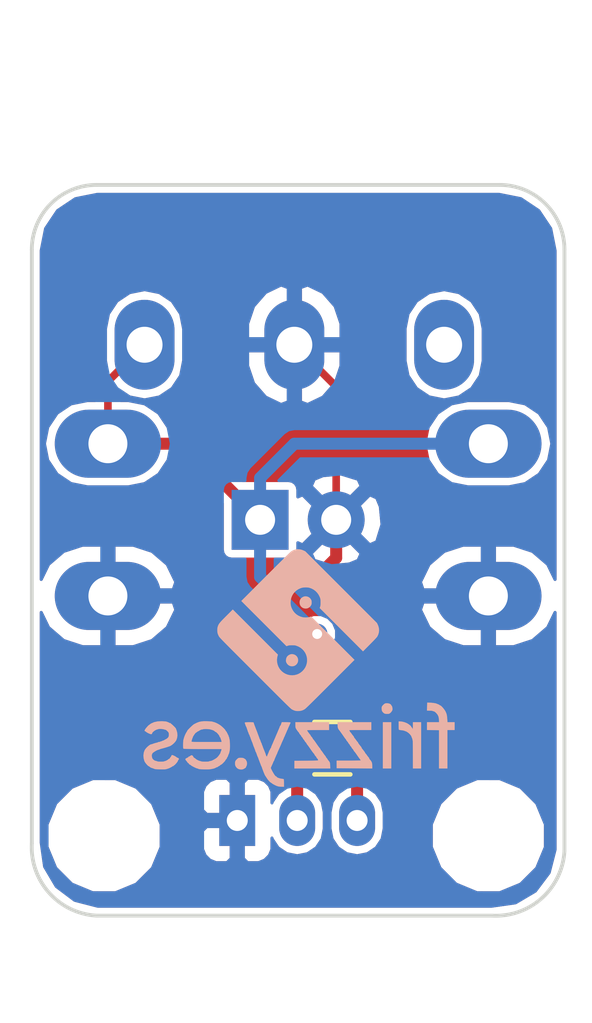
<source format=kicad_pcb>
(kicad_pcb (version 4) (host pcbnew 4.0.6-e0-6349~53~ubuntu16.04.1)

  (general
    (links 10)
    (no_connects 0)
    (area 121.833857 81.775 153.883143 120.008)
    (thickness 1.6)
    (drawings 8)
    (tracks 31)
    (zones 0)
    (modules 9)
    (nets 5)
  )

  (page A4)
  (layers
    (0 F.Cu signal)
    (31 B.Cu signal)
    (32 B.Adhes user)
    (33 F.Adhes user)
    (34 B.Paste user)
    (35 F.Paste user)
    (36 B.SilkS user)
    (37 F.SilkS user)
    (38 B.Mask user)
    (39 F.Mask user)
    (40 Dwgs.User user)
    (41 Cmts.User user)
    (42 Eco1.User user)
    (43 Eco2.User user)
    (44 Edge.Cuts user)
    (45 Margin user)
    (46 B.CrtYd user)
    (47 F.CrtYd user)
    (48 B.Fab user)
    (49 F.Fab user)
  )

  (setup
    (last_trace_width 0.254)
    (user_trace_width 0.1524)
    (user_trace_width 0.2)
    (user_trace_width 0.25)
    (user_trace_width 0.3)
    (user_trace_width 0.4)
    (user_trace_width 0.5)
    (user_trace_width 0.6)
    (user_trace_width 0.8)
    (user_trace_width 1)
    (user_trace_width 1.2)
    (user_trace_width 1.5)
    (user_trace_width 2)
    (trace_clearance 0.254)
    (zone_clearance 0.2)
    (zone_45_only no)
    (trace_min 0.1524)
    (segment_width 0.127)
    (edge_width 0.127)
    (via_size 0.6858)
    (via_drill 0.3302)
    (via_min_size 0.6858)
    (via_min_drill 0.3302)
    (uvia_size 0.508)
    (uvia_drill 0.127)
    (uvias_allowed no)
    (uvia_min_size 0.508)
    (uvia_min_drill 0.127)
    (pcb_text_width 0.127)
    (pcb_text_size 0.6 0.6)
    (mod_edge_width 0.127)
    (mod_text_size 0.6 0.6)
    (mod_text_width 0.127)
    (pad_size 1.524 1.524)
    (pad_drill 0.762)
    (pad_to_mask_clearance 0.05)
    (pad_to_paste_clearance -0.04)
    (aux_axis_origin 0 0)
    (visible_elements FFFFFF7F)
    (pcbplotparams
      (layerselection 0x3ffff_80000001)
      (usegerberextensions true)
      (usegerberattributes true)
      (excludeedgelayer true)
      (linewidth 0.127000)
      (plotframeref false)
      (viasonmask false)
      (mode 1)
      (useauxorigin false)
      (hpglpennumber 1)
      (hpglpenspeed 20)
      (hpglpendiameter 15)
      (hpglpenoverlay 2)
      (psnegative false)
      (psa4output false)
      (plotreference true)
      (plotvalue true)
      (plotinvisibletext false)
      (padsonsilk false)
      (subtractmaskfromsilk false)
      (outputformat 1)
      (mirror false)
      (drillshape 0)
      (scaleselection 1)
      (outputdirectory CAM/))
  )

  (net 0 "")
  (net 1 GND)
  (net 2 SIGNAL)
  (net 3 5V)
  (net 4 "Net-(SW2-Pad1)")

  (net_class Default "Dit is de standaard class."
    (clearance 0.254)
    (trace_width 0.254)
    (via_dia 0.6858)
    (via_drill 0.3302)
    (uvia_dia 0.508)
    (uvia_drill 0.127)
    (add_net 5V)
    (add_net GND)
    (add_net "Net-(SW2-Pad1)")
    (add_net SIGNAL)
  )

  (net_class 0.2mm ""
    (clearance 0.2)
    (trace_width 0.2)
    (via_dia 0.6858)
    (via_drill 0.3302)
    (uvia_dia 0.508)
    (uvia_drill 0.127)
  )

  (net_class Minimal ""
    (clearance 0.1524)
    (trace_width 0.1524)
    (via_dia 0.6858)
    (via_drill 0.3302)
    (uvia_dia 0.508)
    (uvia_drill 0.127)
  )

  (module frizzy_switches:limit_sw_tiaihua (layer F.Cu) (tedit 59514B81) (tstamp 59186344)
    (at 137.795 95.504)
    (tags limit)
    (path /5910C1C7)
    (fp_text reference SW2 (at 0 -12.7) (layer F.SilkS) hide
      (effects (font (size 1 1) (thickness 0.15)))
    )
    (fp_text value Final_carrera (at 0 5.08) (layer F.Fab) hide
      (effects (font (size 1 1) (thickness 0.15)))
    )
    (fp_circle (center 3.81 -3.81) (end 5.08 -3.81) (layer Dwgs.User) (width 0.15))
    (fp_circle (center -3.81 -3.81) (end -2.54 -3.81) (layer Dwgs.User) (width 0.15))
    (fp_line (start 5.08 -2.54) (end 5.08 -1.27) (layer Dwgs.User) (width 0.15))
    (fp_line (start 0 -2.54) (end 0 -1.27) (layer Dwgs.User) (width 0.15))
    (fp_line (start -5.08 -1.27) (end -5.08 -2.54) (layer Dwgs.User) (width 0.15))
    (fp_line (start -6.35 -8.89) (end 3.81 -11.43) (layer Dwgs.User) (width 0.15))
    (fp_line (start -6.35 -5.08) (end 6.35 -5.08) (layer Dwgs.User) (width 0.15))
    (fp_line (start 6.35 -2.54) (end 6.35 -7.62) (layer Dwgs.User) (width 0.15))
    (fp_line (start 6.35 -7.62) (end 6.35 -8.89) (layer Dwgs.User) (width 0.15))
    (fp_line (start 6.35 -8.89) (end -6.35 -8.89) (layer Dwgs.User) (width 0.15))
    (fp_line (start -6.35 -8.89) (end -6.35 -2.54) (layer Dwgs.User) (width 0.15))
    (fp_line (start -6.35 -2.54) (end 6.35 -2.54) (layer Dwgs.User) (width 0.15))
    (pad 3 thru_hole oval (at 0 0 90) (size 3 2) (drill 1.2) (layers *.Cu *.Mask)
      (net 1 GND))
    (pad 1 thru_hole oval (at 5 0 90) (size 3 2) (drill 1.2) (layers *.Cu *.Mask)
      (net 4 "Net-(SW2-Pad1)"))
    (pad 2 thru_hole oval (at -5 0 90) (size 3 2) (drill 1.2) (layers *.Cu *.Mask)
      (net 2 SIGNAL))
  )

  (module LEDs:LED-5MM (layer F.Cu) (tedit 59187733) (tstamp 59187022)
    (at 136.652 101.346)
    (descr "LED 5mm round vertical")
    (tags "LED 5mm round vertical")
    (path /59186F6E)
    (fp_text reference R2 (at 1.524 4.064) (layer F.SilkS) hide
      (effects (font (size 1 1) (thickness 0.15)))
    )
    (fp_text value R_PHOTO (at 1.524 -3.937) (layer F.Fab) hide
      (effects (font (size 1 1) (thickness 0.15)))
    )
    (fp_line (start -1.5 -1.55) (end -1.5 1.55) (layer Dwgs.User) (width 0.05))
    (fp_arc (start 1.3 0) (end -1.5 1.55) (angle -302) (layer Dwgs.User) (width 0.05))
    (fp_arc (start 1.27 0) (end -1.23 -1.5) (angle 297.5) (layer Dwgs.User) (width 0.15))
    (fp_line (start -1.23 1.5) (end -1.23 -1.5) (layer Dwgs.User) (width 0.15))
    (fp_circle (center 1.27 0) (end 0.97 -2.5) (layer Dwgs.User) (width 0.15))
    (fp_text user K (at -1.905 1.905) (layer F.SilkS) hide
      (effects (font (size 1 1) (thickness 0.15)))
    )
    (pad 1 thru_hole rect (at 0 0 90) (size 2 1.9) (drill 1.00076) (layers *.Cu *.Mask)
      (net 2 SIGNAL))
    (pad 2 thru_hole circle (at 2.54 0) (size 1.9 1.9) (drill 1.00076) (layers *.Cu *.Mask)
      (net 1 GND))
    (model LEDs.3dshapes/LED-5MM.wrl
      (at (xyz 0.05 0 0))
      (scale (xyz 1 1 1))
      (rotate (xyz 0 0 90))
    )
  )

  (module Buttons_Switches_THT:SW_PUSH-12mm (layer F.Cu) (tedit 59186B8E) (tstamp 5918633D)
    (at 137.922 101.346)
    (path /59182F02)
    (fp_text reference SW1 (at 0 -0.762) (layer F.SilkS) hide
      (effects (font (size 1 1) (thickness 0.15)))
    )
    (fp_text value Pulsador (at 0 1.016) (layer F.Fab) hide
      (effects (font (size 1 1) (thickness 0.15)))
    )
    (fp_circle (center 0 0) (end 3.81 2.54) (layer Dwgs.User) (width 0.15))
    (fp_line (start -6.35 -6.35) (end 6.35 -6.35) (layer Dwgs.User) (width 0.15))
    (fp_line (start 6.35 -6.35) (end 6.35 6.35) (layer Dwgs.User) (width 0.15))
    (fp_line (start 6.35 6.35) (end -6.35 6.35) (layer Dwgs.User) (width 0.15))
    (fp_line (start -6.35 6.35) (end -6.35 -6.35) (layer Dwgs.User) (width 0.15))
    (pad 1 thru_hole oval (at 6.35 -2.54) (size 3.548 2.272) (drill 1.3) (layers *.Cu *.Mask)
      (net 2 SIGNAL))
    (pad 2 thru_hole oval (at 6.35 2.54) (size 3.548 2.272) (drill 1.3) (layers *.Cu *.Mask)
      (net 1 GND))
    (pad 1 thru_hole oval (at -6.35 -2.54) (size 3.548 2.272) (drill 1.3) (layers *.Cu *.Mask)
      (net 2 SIGNAL))
    (pad 2 thru_hole oval (at -6.35 2.54) (size 3.548 2.272) (drill 1.3) (layers *.Cu *.Mask)
      (net 1 GND))
    (model Buttons_Switches_ThroughHole.3dshapes/SW_PUSH-12mm.wrl
      (at (xyz 0 0 0))
      (scale (xyz 4 4 4))
      (rotate (xyz 0 0 0))
    )
  )

  (module Mounting_Holes:MountingHole_3.2mm_M3 (layer F.Cu) (tedit 591865C7) (tstamp 591E5384)
    (at 144.272 111.887)
    (descr "Mounting Hole 3.2mm, no annular, M3")
    (tags "mounting hole 3.2mm no annular m3")
    (fp_text reference REF** (at 0 -4.2) (layer F.SilkS) hide
      (effects (font (size 1 1) (thickness 0.15)))
    )
    (fp_text value MountingHole_3.2mm_M3 (at 0 4.2) (layer F.Fab) hide
      (effects (font (size 1 1) (thickness 0.15)))
    )
    (fp_circle (center 0 0) (end 3.2 0) (layer Cmts.User) (width 0.15))
    (fp_circle (center 0 0) (end 3.45 0) (layer F.CrtYd) (width 0.05))
    (pad 1 np_thru_hole circle (at 0 0) (size 3.2 3.2) (drill 3.2) (layers *.Cu *.Mask))
  )

  (module Connectors_JST:JST_PH_S3B-PH-K_03x2.00mm_Angled (layer F.Cu) (tedit 5910AC03) (tstamp 591044FF)
    (at 135.89 111.379)
    (descr http://www.jst-mfg.com/product/pdf/eng/ePH.pdf)
    (tags "connector jst ph")
    (path /59185582)
    (fp_text reference P1 (at 0 -2.5) (layer F.SilkS) hide
      (effects (font (size 1 1) (thickness 0.15)))
    )
    (fp_text value CONN_01X03 (at 2 7.5) (layer F.Fab) hide
      (effects (font (size 1 1) (thickness 0.15)))
    )
    (fp_line (start 0.5 6.25) (end 0.5 2) (layer Dwgs.User) (width 0.15))
    (fp_line (start 0.5 2) (end 3.5 2) (layer Dwgs.User) (width 0.15))
    (fp_line (start 3.5 2) (end 3.5 6.25) (layer Dwgs.User) (width 0.15))
    (fp_line (start -0.9 0.25) (end -1.25 0.25) (layer Dwgs.User) (width 0.15))
    (fp_line (start -1.25 0.25) (end -1.25 -1.35) (layer Dwgs.User) (width 0.15))
    (fp_line (start -1.25 -1.35) (end -1.95 -1.35) (layer Dwgs.User) (width 0.15))
    (fp_line (start -1.95 -1.35) (end -1.95 6.25) (layer Dwgs.User) (width 0.15))
    (fp_line (start -1.95 6.25) (end 5.95 6.25) (layer Dwgs.User) (width 0.15))
    (fp_line (start 5.95 6.25) (end 5.95 -1.35) (layer Dwgs.User) (width 0.15))
    (fp_line (start 5.95 -1.35) (end 5.25 -1.35) (layer Dwgs.User) (width 0.15))
    (fp_line (start 5.25 -1.35) (end 5.25 0.25) (layer Dwgs.User) (width 0.15))
    (fp_line (start 5.25 0.25) (end 4.9 0.25) (layer Dwgs.User) (width 0.15))
    (fp_line (start 0 -1.2) (end -0.4 -1.6) (layer Dwgs.User) (width 0.15))
    (fp_line (start -0.4 -1.6) (end 0.4 -1.6) (layer Dwgs.User) (width 0.15))
    (fp_line (start 0.4 -1.6) (end 0 -1.2) (layer Dwgs.User) (width 0.15))
    (fp_line (start -1.95 0.25) (end -1.25 0.25) (layer Dwgs.User) (width 0.15))
    (fp_line (start 5.95 0.25) (end 5.25 0.25) (layer Dwgs.User) (width 0.15))
    (fp_line (start -1.3 2.5) (end -1.3 4.1) (layer Dwgs.User) (width 0.15))
    (fp_line (start -1.3 4.1) (end -0.3 4.1) (layer Dwgs.User) (width 0.15))
    (fp_line (start -0.3 4.1) (end -0.3 2.5) (layer Dwgs.User) (width 0.15))
    (fp_line (start -0.3 2.5) (end -1.3 2.5) (layer Dwgs.User) (width 0.15))
    (fp_line (start 5.3 2.5) (end 5.3 4.1) (layer Dwgs.User) (width 0.15))
    (fp_line (start 5.3 4.1) (end 4.3 4.1) (layer Dwgs.User) (width 0.15))
    (fp_line (start 4.3 4.1) (end 4.3 2.5) (layer Dwgs.User) (width 0.15))
    (fp_line (start 4.3 2.5) (end 5.3 2.5) (layer Dwgs.User) (width 0.15))
    (fp_line (start -0.3 4.1) (end -0.3 6.25) (layer Dwgs.User) (width 0.15))
    (fp_line (start -0.8 4.1) (end -0.8 6.25) (layer Dwgs.User) (width 0.15))
    (fp_line (start 0.9 0.25) (end 1.1 0.25) (layer Dwgs.User) (width 0.15))
    (fp_line (start 2.9 0.25) (end 3.1 0.25) (layer Dwgs.User) (width 0.15))
    (fp_line (start -2.45 6.75) (end -2.45 -1.85) (layer Dwgs.User) (width 0.05))
    (fp_line (start -2.45 -1.85) (end 6.45 -1.85) (layer Dwgs.User) (width 0.05))
    (fp_line (start 6.45 -1.85) (end 6.45 6.75) (layer Dwgs.User) (width 0.05))
    (fp_line (start 6.45 6.75) (end -2.45 6.75) (layer Dwgs.User) (width 0.05))
    (pad 1 thru_hole rect (at 0 0) (size 1.2 1.7) (drill 0.7) (layers *.Cu *.Mask)
      (net 1 GND))
    (pad 2 thru_hole oval (at 2 0) (size 1.2 1.7) (drill 0.7) (layers *.Cu *.Mask)
      (net 3 5V))
    (pad 3 thru_hole oval (at 4 0) (size 1.2 1.7) (drill 0.7) (layers *.Cu *.Mask)
      (net 2 SIGNAL))
  )

  (module Resistors_SMD:R_0805 (layer F.Cu) (tedit 5910AB2D) (tstamp 5910450C)
    (at 139.065 108.966)
    (descr "Resistor SMD 0805, reflow soldering, Vishay (see dcrcw.pdf)")
    (tags "resistor 0805")
    (path /59184AE6)
    (attr smd)
    (fp_text reference R1 (at 0 -2.1) (layer F.SilkS) hide
      (effects (font (size 1 1) (thickness 0.15)))
    )
    (fp_text value 10k (at 0 2.1) (layer F.Fab) hide
      (effects (font (size 1 1) (thickness 0.15)))
    )
    (fp_line (start -1 0.625) (end -1 -0.625) (layer F.Fab) (width 0.1))
    (fp_line (start 1 0.625) (end -1 0.625) (layer F.Fab) (width 0.1))
    (fp_line (start 1 -0.625) (end 1 0.625) (layer F.Fab) (width 0.1))
    (fp_line (start -1 -0.625) (end 1 -0.625) (layer F.Fab) (width 0.1))
    (fp_line (start -1.6 -1) (end 1.6 -1) (layer F.CrtYd) (width 0.05))
    (fp_line (start -1.6 1) (end 1.6 1) (layer F.CrtYd) (width 0.05))
    (fp_line (start -1.6 -1) (end -1.6 1) (layer F.CrtYd) (width 0.05))
    (fp_line (start 1.6 -1) (end 1.6 1) (layer F.CrtYd) (width 0.05))
    (fp_line (start 0.6 0.875) (end -0.6 0.875) (layer F.SilkS) (width 0.15))
    (fp_line (start -0.6 -0.875) (end 0.6 -0.875) (layer F.SilkS) (width 0.15))
    (pad 1 smd rect (at -0.95 0) (size 0.7 1.3) (layers F.Cu F.Paste F.Mask)
      (net 3 5V))
    (pad 2 smd rect (at 0.95 0) (size 0.7 1.3) (layers F.Cu F.Paste F.Mask)
      (net 2 SIGNAL))
    (model Resistors_SMD.3dshapes/R_0805.wrl
      (at (xyz 0 0 0))
      (scale (xyz 1 1 1))
      (rotate (xyz 0 0 0))
    )
  )

  (module Mounting_Holes:MountingHole_3.2mm_M3 (layer F.Cu) (tedit 591865C7) (tstamp 591865BD)
    (at 131.445 111.887)
    (descr "Mounting Hole 3.2mm, no annular, M3")
    (tags "mounting hole 3.2mm no annular m3")
    (fp_text reference REF** (at 0 -4.2) (layer F.SilkS) hide
      (effects (font (size 1 1) (thickness 0.15)))
    )
    (fp_text value MountingHole_3.2mm_M3 (at 0 4.2) (layer F.Fab) hide
      (effects (font (size 1 1) (thickness 0.15)))
    )
    (fp_circle (center 0 0) (end 3.2 0) (layer Cmts.User) (width 0.15))
    (fp_circle (center 0 0) (end 3.45 0) (layer F.CrtYd) (width 0.05))
    (pad 1 np_thru_hole circle (at 0 0) (size 3.2 3.2) (drill 3.2) (layers *.Cu *.Mask))
  )

  (module logos_frizzy:glance (layer B.Cu) (tedit 0) (tstamp 59187A97)
    (at 137.922 105.029)
    (fp_text reference G*** (at 0 0) (layer B.SilkS) hide
      (effects (font (thickness 0.3)) (justify mirror))
    )
    (fp_text value LOGO (at 0.75 0) (layer B.SilkS) hide
      (effects (font (thickness 0.3)) (justify mirror))
    )
    (fp_poly (pts (xy 0.068427 2.690235) (xy 0.126739 2.677113) (xy 0.181234 2.654386) (xy 0.223612 2.629049)
      (xy 0.232244 2.622433) (xy 0.245424 2.6111) (xy 0.263443 2.594762) (xy 0.286594 2.573134)
      (xy 0.315168 2.545927) (xy 0.349458 2.512854) (xy 0.389756 2.47363) (xy 0.436353 2.427967)
      (xy 0.489541 2.375577) (xy 0.549613 2.316175) (xy 0.61686 2.249473) (xy 0.691575 2.175184)
      (xy 0.774049 2.093021) (xy 0.864575 2.002698) (xy 0.963444 1.903927) (xy 1.070949 1.796421)
      (xy 1.073143 1.794226) (xy 1.876412 0.990595) (xy 0.43383 -0.451987) (xy 0.389952 -0.438108)
      (xy 0.344112 -0.427459) (xy 0.291021 -0.42136) (xy 0.235359 -0.420003) (xy 0.181804 -0.423582)
      (xy 0.152071 -0.428291) (xy 0.076103 -0.449858) (xy 0.005188 -0.482348) (xy -0.05948 -0.524844)
      (xy -0.116705 -0.576428) (xy -0.165293 -0.636181) (xy -0.20309 -0.701183) (xy -0.225468 -0.751414)
      (xy -0.240885 -0.796154) (xy -0.250365 -0.839788) (xy -0.25493 -0.886702) (xy -0.255742 -0.9271)
      (xy -0.24942 -1.00763) (xy -0.231504 -1.083999) (xy -0.202666 -1.155325) (xy -0.163582 -1.220724)
      (xy -0.114925 -1.279313) (xy -0.057369 -1.330211) (xy 0.00841 -1.372534) (xy 0.08174 -1.4054)
      (xy 0.11875 -1.417366) (xy 0.158373 -1.425567) (xy 0.205653 -1.430501) (xy 0.256313 -1.432124)
      (xy 0.306073 -1.430389) (xy 0.350655 -1.425249) (xy 0.37465 -1.420111) (xy 0.450839 -1.39309)
      (xy 0.520951 -1.355319) (xy 0.584083 -1.307644) (xy 0.639329 -1.250913) (xy 0.685788 -1.185974)
      (xy 0.722554 -1.113675) (xy 0.734418 -1.082675) (xy 0.74106 -1.062841) (xy 0.745799 -1.045651)
      (xy 0.748953 -1.0283) (xy 0.750842 -1.007984) (xy 0.751783 -0.981901) (xy 0.752097 -0.947246)
      (xy 0.752119 -0.9271) (xy 0.751915 -0.886205) (xy 0.751138 -0.855323) (xy 0.749533 -0.831771)
      (xy 0.74684 -0.812867) (xy 0.742804 -0.795928) (xy 0.738117 -0.78105) (xy 0.724124 -0.739775)
      (xy 2.165586 0.701675) (xy 2.392493 0.473075) (xy 2.453685 0.411148) (xy 2.505883 0.357712)
      (xy 2.549314 0.312526) (xy 2.584206 0.275348) (xy 2.610784 0.245936) (xy 2.629276 0.224049)
      (xy 2.639908 0.209444) (xy 2.640474 0.2085) (xy 2.67187 0.142915) (xy 2.690989 0.074891)
      (xy 2.697802 0.00536) (xy 2.692276 -0.064744) (xy 2.674381 -0.134488) (xy 2.653725 -0.18415)
      (xy 2.627511 -0.238125) (xy 0.238125 -2.627511) (xy 0.18415 -2.653719) (xy 0.115624 -2.680527)
      (xy 0.045909 -2.695251) (xy -0.023857 -2.697738) (xy -0.085725 -2.689395) (xy -0.14778 -2.669814)
      (xy -0.20838 -2.639068) (xy -0.237304 -2.619852) (xy -0.245846 -2.612442) (xy -0.262875 -2.596506)
      (xy -0.287917 -2.572514) (xy -0.320494 -2.540937) (xy -0.360131 -2.502244) (xy -0.406352 -2.456906)
      (xy -0.458681 -2.405394) (xy -0.516642 -2.348176) (xy -0.579758 -2.285725) (xy -0.647554 -2.218509)
      (xy -0.719553 -2.146999) (xy -0.79528 -2.071666) (xy -0.874258 -1.99298) (xy -0.956012 -1.91141)
      (xy -1.040065 -1.827428) (xy -1.084263 -1.783219) (xy -1.892301 -0.974705) (xy -1.140896 -0.22332)
      (xy -0.38949 0.528066) (xy -0.342383 0.513271) (xy -0.321048 0.507138) (xy -0.300826 0.502938)
      (xy -0.278474 0.500326) (xy -0.250752 0.498959) (xy -0.21442 0.498492) (xy -0.2032 0.498475)
      (xy -0.164106 0.498766) (xy -0.134445 0.499868) (xy -0.110961 0.502129) (xy -0.090396 0.505896)
      (xy -0.069492 0.511515) (xy -0.0635 0.513354) (xy 0.012114 0.543116) (xy 0.08021 0.58223)
      (xy 0.14027 0.62966) (xy 0.191778 0.684375) (xy 0.234217 0.745341) (xy 0.267069 0.811526)
      (xy 0.289819 0.881895) (xy 0.301948 0.955416) (xy 0.302942 1.031055) (xy 0.292281 1.107781)
      (xy 0.27067 1.18132) (xy 0.238497 1.249941) (xy 0.195779 1.313367) (xy 0.144022 1.370141)
      (xy 0.084731 1.418806) (xy 0.01941 1.457905) (xy -0.040941 1.482936) (xy -0.118196 1.502269)
      (xy -0.195718 1.509407) (xy -0.272299 1.504773) (xy -0.34673 1.488785) (xy -0.417802 1.461864)
      (xy -0.484308 1.424431) (xy -0.545038 1.376905) (xy -0.598785 1.319707) (xy -0.628771 1.278506)
      (xy -0.66591 1.21059) (xy -0.692134 1.137672) (xy -0.70716 1.061604) (xy -0.710704 0.984239)
      (xy -0.702484 0.90743) (xy -0.692242 0.86397) (xy -0.678731 0.816715) (xy -1.429955 0.06547)
      (xy -2.18118 -0.685774) (xy -2.38953 -0.477824) (xy -2.445319 -0.421949) (xy -2.492751 -0.373909)
      (xy -2.532618 -0.332732) (xy -2.565714 -0.297446) (xy -2.59283 -0.26708) (xy -2.614762 -0.240661)
      (xy -2.6323 -0.217218) (xy -2.646239 -0.195778) (xy -2.657371 -0.175371) (xy -2.666489 -0.155024)
      (xy -2.674386 -0.133765) (xy -2.677251 -0.125187) (xy -2.685584 -0.097132) (xy -2.690794 -0.071826)
      (xy -2.693577 -0.044404) (xy -2.694628 -0.01) (xy -2.694684 -0.003175) (xy -2.693554 0.042262)
      (xy -2.688845 0.081061) (xy -2.67949 0.117576) (xy -2.66442 0.156161) (xy -2.646402 0.193675)
      (xy -2.643623 0.199025) (xy -2.640562 0.204474) (xy -2.636895 0.210353) (xy -2.632295 0.216996)
      (xy -2.626438 0.224734) (xy -2.618996 0.233901) (xy -2.609644 0.24483) (xy -2.598057 0.257851)
      (xy -2.583908 0.273299) (xy -2.566872 0.291505) (xy -2.546624 0.312802) (xy -2.522836 0.337523)
      (xy -2.495184 0.365999) (xy -2.463341 0.398564) (xy -2.426983 0.43555) (xy -2.385782 0.47729)
      (xy -2.339414 0.524115) (xy -2.287552 0.576359) (xy -2.229871 0.634354) (xy -2.166045 0.698432)
      (xy -2.095748 0.768927) (xy -2.018654 0.84617) (xy -1.934438 0.930494) (xy -1.842774 1.022231)
      (xy -1.743335 1.121714) (xy -1.635797 1.229276) (xy -1.519833 1.345249) (xy -1.432542 1.432542)
      (xy -1.310419 1.554662) (xy -1.196942 1.668126) (xy -1.091779 1.77326) (xy -0.994597 1.87039)
      (xy -0.905063 1.959841) (xy -0.822846 2.041939) (xy -0.747613 2.11701) (xy -0.67903 2.185379)
      (xy -0.616767 2.247373) (xy -0.560489 2.303317) (xy -0.509865 2.353538) (xy -0.464563 2.39836)
      (xy -0.424249 2.43811) (xy -0.388591 2.473113) (xy -0.357257 2.503696) (xy -0.329914 2.530183)
      (xy -0.30623 2.552901) (xy -0.285872 2.572176) (xy -0.268507 2.588333) (xy -0.253804 2.601699)
      (xy -0.24143 2.612598) (xy -0.231051 2.621357) (xy -0.222336 2.628301) (xy -0.214953 2.633757)
      (xy -0.208568 2.63805) (xy -0.202849 2.641506) (xy -0.197464 2.644451) (xy -0.193675 2.646402)
      (xy -0.149935 2.667145) (xy -0.11195 2.681269) (xy -0.075368 2.689842) (xy -0.035834 2.693933)
      (xy 0.003175 2.694684) (xy 0.068427 2.690235)) (layer B.SilkS) (width 0.01))
    (fp_poly (pts (xy 0.287666 -0.729067) (xy 0.325687 -0.739641) (xy 0.331064 -0.742086) (xy 0.375315 -0.769802)
      (xy 0.41013 -0.805102) (xy 0.429825 -0.836776) (xy 0.439073 -0.8575) (xy 0.444464 -0.876119)
      (xy 0.44696 -0.897536) (xy 0.447519 -0.926651) (xy 0.447518 -0.9271) (xy 0.446668 -0.95754)
      (xy 0.443758 -0.979996) (xy 0.437939 -0.999125) (xy 0.431911 -1.012557) (xy 0.404706 -1.05432)
      (xy 0.369222 -1.087409) (xy 0.327225 -1.110919) (xy 0.28048 -1.12395) (xy 0.230752 -1.125599)
      (xy 0.214636 -1.123599) (xy 0.177441 -1.112654) (xy 0.14008 -1.093314) (xy 0.107899 -1.068583)
      (xy 0.097784 -1.057981) (xy 0.071086 -1.017607) (xy 0.055866 -0.972109) (xy 0.051998 -0.921091)
      (xy 0.052301 -0.9144) (xy 0.060997 -0.863699) (xy 0.080599 -0.819243) (xy 0.110643 -0.781736)
      (xy 0.150666 -0.751884) (xy 0.16408 -0.744755) (xy 0.202348 -0.731696) (xy 0.245049 -0.726443)
      (xy 0.287666 -0.729067)) (layer B.SilkS) (width 0.01))
    (fp_poly (pts (xy -0.142262 1.19199) (xy -0.120056 1.183498) (xy -0.07894 1.158649) (xy -0.046377 1.126008)
      (xy -0.022716 1.087475) (xy -0.008306 1.044953) (xy -0.003493 1.00034) (xy -0.008626 0.955539)
      (xy -0.024053 0.91245) (xy -0.050123 0.872974) (xy -0.061042 0.861142) (xy -0.097782 0.832513)
      (xy -0.140289 0.812894) (xy -0.185699 0.802981) (xy -0.231147 0.803474) (xy -0.264797 0.811536)
      (xy -0.312823 0.834462) (xy -0.350907 0.865171) (xy -0.378765 0.903268) (xy -0.396112 0.94836)
      (xy -0.402667 1.000053) (xy -0.402711 1.003337) (xy -0.401975 1.032065) (xy -0.398462 1.054054)
      (xy -0.390959 1.075169) (xy -0.38536 1.087174) (xy -0.358298 1.129029) (xy -0.32341 1.162017)
      (xy -0.282531 1.185472) (xy -0.237491 1.19873) (xy -0.190124 1.201124) (xy -0.142262 1.19199)) (layer B.SilkS) (width 0.01))
  )

  (module logos_frizzy:web (layer B.Cu) (tedit 0) (tstamp 59187AB0)
    (at 137.922 108.712 180)
    (fp_text reference G*** (at 0 0 180) (layer B.SilkS) hide
      (effects (font (thickness 0.3)) (justify mirror))
    )
    (fp_text value LOGO (at 0.75 0 180) (layer B.SilkS) hide
      (effects (font (thickness 0.3)) (justify mirror))
    )
    (fp_poly (pts (xy 0.55579 0.574676) (xy 0.565572 0.544995) (xy 0.570637 0.52705) (xy 0.580742 0.507716)
      (xy 0.59055 0.4953) (xy 0.604729 0.476892) (xy 0.607802 0.4699) (xy 0.612977 0.451553)
      (xy 0.627349 0.414528) (xy 0.649236 0.363099) (xy 0.655347 0.34925) (xy 0.669437 0.316922)
      (xy 0.678234 0.295599) (xy 0.67945 0.2921) (xy 0.68511 0.2776) (xy 0.697525 0.248623)
      (xy 0.703552 0.23495) (xy 0.730492 0.173828) (xy 0.747942 0.133192) (xy 0.755347 0.114336)
      (xy 0.755357 0.1143) (xy 0.761198 0.099794) (xy 0.773722 0.070807) (xy 0.779752 0.05715)
      (xy 0.807557 -0.005952) (xy 0.824779 -0.046205) (xy 0.831425 -0.0635) (xy 0.837257 -0.077802)
      (xy 0.85022 -0.10717) (xy 0.859192 -0.127) (xy 0.883199 -0.18164) (xy 0.896056 -0.216137)
      (xy 0.898588 -0.232744) (xy 0.898177 -0.233749) (xy 0.903602 -0.245515) (xy 0.919543 -0.265366)
      (xy 0.933608 -0.284247) (xy 0.93345 -0.2921) (xy 0.932637 -0.299778) (xy 0.943276 -0.314325)
      (xy 0.959541 -0.335356) (xy 0.964642 -0.345941) (xy 0.972826 -0.374674) (xy 0.992623 -0.423426)
      (xy 1.007707 -0.4572) (xy 1.022952 -0.491947) (xy 1.032661 -0.516597) (xy 1.03441 -0.522816)
      (xy 1.040465 -0.538987) (xy 1.052277 -0.53547) (xy 1.066516 -0.516298) (xy 1.07985 -0.485501)
      (xy 1.086823 -0.459383) (xy 1.094868 -0.433138) (xy 1.099649 -0.421283) (xy 1.108748 -0.400031)
      (xy 1.111217 -0.3937) (xy 1.117629 -0.376897) (xy 1.129416 -0.34715) (xy 1.142356 -0.315029)
      (xy 1.151804 -0.2921) (xy 1.160142 -0.271743) (xy 1.16205 -0.2667) (xy 1.168486 -0.250974)
      (xy 1.17365 -0.239116) (xy 1.183312 -0.211401) (xy 1.18561 -0.201016) (xy 1.194399 -0.175646)
      (xy 1.200139 -0.1651) (xy 1.212582 -0.135803) (xy 1.21591 -0.121646) (xy 1.224476 -0.093929)
      (xy 1.230497 -0.083546) (xy 1.240955 -0.063358) (xy 1.253735 -0.02991) (xy 1.2573 -0.01905)
      (xy 1.269653 0.015878) (xy 1.280805 0.040614) (xy 1.283275 0.04445) (xy 1.292861 0.060713)
      (xy 1.2935 0.0635) (xy 1.294655 0.070254) (xy 1.298819 0.083685) (xy 1.307649 0.10853)
      (xy 1.322805 0.149529) (xy 1.335736 0.18415) (xy 1.350692 0.22444) (xy 1.361582 0.254363)
      (xy 1.365812 0.2667) (xy 1.371317 0.282128) (xy 1.382749 0.311565) (xy 1.396375 0.345526)
      (xy 1.405804 0.3683) (xy 1.413754 0.388632) (xy 1.415349 0.3937) (xy 1.420369 0.407704)
      (xy 1.432375 0.439263) (xy 1.449047 0.482299) (xy 1.454127 0.4953) (xy 1.471204 0.540853)
      (xy 1.483416 0.577168) (xy 1.48869 0.597948) (xy 1.488655 0.600075) (xy 1.499388 0.603818)
      (xy 1.53063 0.60687) (xy 1.577494 0.608905) (xy 1.631949 0.6096) (xy 1.690945 0.608632)
      (xy 1.738041 0.605978) (xy 1.768562 0.602021) (xy 1.778 0.597727) (xy 1.773827 0.57752)
      (xy 1.766821 0.556452) (xy 1.757697 0.530117) (xy 1.754378 0.517392) (xy 1.748151 0.500401)
      (xy 1.734733 0.472203) (xy 1.73355 0.4699) (xy 1.719783 0.441303) (xy 1.712833 0.42306)
      (xy 1.712721 0.422409) (xy 1.70779 0.404201) (xy 1.699901 0.381) (xy 1.687332 0.346036)
      (xy 1.681055 0.326923) (xy 1.678499 0.31571) (xy 1.678274 0.314192) (xy 1.67198 0.297207)
      (xy 1.658522 0.268981) (xy 1.657281 0.266567) (xy 1.646412 0.241271) (xy 1.645418 0.228858)
      (xy 1.646292 0.2286) (xy 1.645417 0.220742) (xy 1.63195 0.2032) (xy 1.618038 0.184873)
      (xy 1.617607 0.1778) (xy 1.618343 0.168085) (xy 1.608847 0.144256) (xy 1.606618 0.139834)
      (xy 1.593664 0.113323) (xy 1.588112 0.099017) (xy 1.588135 0.098559) (xy 1.584928 0.085598)
      (xy 1.575591 0.058054) (xy 1.563321 0.024967) (xy 1.553295 0) (xy 1.545456 -0.020323)
      (xy 1.543952 -0.0254) (xy 1.537064 -0.040906) (xy 1.535021 -0.04445) (xy 1.527169 -0.062837)
      (xy 1.514911 -0.096979) (xy 1.50495 -0.127) (xy 1.491433 -0.167272) (xy 1.480055 -0.198012)
      (xy 1.474878 -0.20955) (xy 1.466576 -0.226493) (xy 1.46598 -0.2286) (xy 1.460853 -0.243671)
      (xy 1.450164 -0.271466) (xy 1.449534 -0.27305) (xy 1.435085 -0.310055) (xy 1.42823 -0.330505)
      (xy 1.4268 -0.341295) (xy 1.427191 -0.344123) (xy 1.421644 -0.359249) (xy 1.414555 -0.369523)
      (xy 1.402972 -0.391045) (xy 1.388164 -0.427606) (xy 1.37795 -0.4572) (xy 1.36415 -0.497504)
      (xy 1.352046 -0.528251) (xy 1.346174 -0.53975) (xy 1.336652 -0.559222) (xy 1.324397 -0.59219)
      (xy 1.320787 -0.60325) (xy 1.309 -0.638127) (xy 1.299236 -0.662863) (xy 1.297264 -0.66675)
      (xy 1.287983 -0.689507) (xy 1.287398 -0.69215) (xy 1.281209 -0.711169) (xy 1.268749 -0.742745)
      (xy 1.26467 -0.752414) (xy 1.251965 -0.783768) (xy 1.245116 -0.803942) (xy 1.244712 -0.806522)
      (xy 1.23972 -0.82116) (xy 1.227021 -0.848032) (xy 1.22555 -0.8509) (xy 1.211783 -0.879497)
      (xy 1.204833 -0.89774) (xy 1.204721 -0.898391) (xy 1.199302 -0.917926) (xy 1.187948 -0.950628)
      (xy 1.174286 -0.986137) (xy 1.172454 -0.9906) (xy 1.163398 -1.015259) (xy 1.161297 -1.02235)
      (xy 1.154431 -1.041079) (xy 1.141117 -1.07287) (xy 1.135412 -1.08585) (xy 1.121365 -1.118163)
      (xy 1.11273 -1.139488) (xy 1.111599 -1.143) (xy 1.104396 -1.156251) (xy 1.087197 -1.183419)
      (xy 1.072728 -1.205224) (xy 1.048699 -1.241028) (xy 1.029129 -1.270483) (xy 1.02235 -1.280858)
      (xy 0.999961 -1.310723) (xy 0.970195 -1.344267) (xy 0.938795 -1.375755) (xy 0.911503 -1.399457)
      (xy 0.89406 -1.40964) (xy 0.893283 -1.4097) (xy 0.877739 -1.416161) (xy 0.8763 -1.420499)
      (xy 0.865853 -1.430728) (xy 0.838972 -1.447907) (xy 0.802349 -1.468476) (xy 0.762672 -1.488876)
      (xy 0.726633 -1.505547) (xy 0.700922 -1.51493) (xy 0.697476 -1.51564) (xy 0.672079 -1.523128)
      (xy 0.66675 -1.525785) (xy 0.648418 -1.529826) (xy 0.612376 -1.53337) (xy 0.566313 -1.535669)
      (xy 0.56482 -1.535712) (xy 0.47559 -1.538219) (xy 0.476068 -1.417719) (xy 0.476887 -1.365043)
      (xy 0.478695 -1.322678) (xy 0.48118 -1.296519) (xy 0.482748 -1.291151) (xy 0.497813 -1.28635)
      (xy 0.530068 -1.280394) (xy 0.5588 -1.276349) (xy 0.600596 -1.269216) (xy 0.632966 -1.260271)
      (xy 0.644525 -1.254553) (xy 0.658072 -1.247949) (xy 0.6604 -1.25095) (xy 0.668288 -1.251861)
      (xy 0.680804 -1.243475) (xy 0.709482 -1.223577) (xy 0.727887 -1.213241) (xy 0.751096 -1.194993)
      (xy 0.778717 -1.164364) (xy 0.790028 -1.149245) (xy 0.816229 -1.109062) (xy 0.844012 -1.062062)
      (xy 0.870647 -1.013496) (xy 0.893404 -0.96862) (xy 0.909552 -0.932686) (xy 0.916363 -0.910949)
      (xy 0.915761 -0.907295) (xy 0.907447 -0.891228) (xy 0.907438 -0.891116) (xy 0.902099 -0.876087)
      (xy 0.888725 -0.84501) (xy 0.871065 -0.80645) (xy 0.852374 -0.765233) (xy 0.838619 -0.732292)
      (xy 0.83302 -0.715656) (xy 0.823416 -0.693622) (xy 0.816498 -0.683906) (xy 0.803367 -0.664168)
      (xy 0.800832 -0.657358) (xy 0.791978 -0.627236) (xy 0.771285 -0.57669) (xy 0.757592 -0.5461)
      (xy 0.742354 -0.511848) (xy 0.732549 -0.488209) (xy 0.730694 -0.4826) (xy 0.723984 -0.467735)
      (xy 0.717712 -0.4572) (xy 0.706032 -0.433858) (xy 0.703607 -0.42545) (xy 0.697526 -0.407181)
      (xy 0.684269 -0.375028) (xy 0.675638 -0.3556) (xy 0.637483 -0.27133) (xy 0.604925 -0.198542)
      (xy 0.579201 -0.140051) (xy 0.561546 -0.09867) (xy 0.553198 -0.077215) (xy 0.552902 -0.0762)
      (xy 0.54704 -0.062295) (xy 0.533329 -0.032077) (xy 0.515465 0.00635) (xy 0.496843 0.047204)
      (xy 0.483171 0.079406) (xy 0.477619 0.09525) (xy 0.469447 0.116344) (xy 0.463387 0.127)
      (xy 0.452446 0.146544) (xy 0.450272 0.1524) (xy 0.444969 0.16689) (xy 0.432767 0.195845)
      (xy 0.426747 0.20955) (xy 0.401039 0.267837) (xy 0.384757 0.305768) (xy 0.376741 0.326076)
      (xy 0.375519 0.3302) (xy 0.368429 0.34509) (xy 0.362112 0.3556) (xy 0.350362 0.378951)
      (xy 0.34788 0.38735) (xy 0.341725 0.404696) (xy 0.327681 0.437599) (xy 0.310034 0.47625)
      (xy 0.291719 0.516281) (xy 0.278612 0.546846) (xy 0.273661 0.560917) (xy 0.265353 0.576936)
      (xy 0.263525 0.578909) (xy 0.255206 0.591501) (xy 0.261443 0.600262) (xy 0.284898 0.605796)
      (xy 0.328232 0.608706) (xy 0.394108 0.609598) (xy 0.398807 0.609601) (xy 0.543615 0.609601)
      (xy 0.55579 0.574676)) (layer B.SilkS) (width 0.01))
    (fp_poly (pts (xy 0.7366 -1.20015) (xy 0.73025 -1.2065) (xy 0.7239 -1.20015) (xy 0.73025 -1.1938)
      (xy 0.7366 -1.20015)) (layer B.SilkS) (width 0.01))
    (fp_poly (pts (xy 1.959299 -0.579094) (xy 1.988961 -0.58506) (xy 2.013637 -0.59995) (xy 2.043528 -0.627856)
      (xy 2.046656 -0.630979) (xy 2.077495 -0.664368) (xy 2.093897 -0.692286) (xy 2.1009 -0.725569)
      (xy 2.10263 -0.75139) (xy 2.099463 -0.813545) (xy 2.080843 -0.863377) (xy 2.042853 -0.910505)
      (xy 2.034472 -0.918668) (xy 1.989879 -0.946223) (xy 1.933265 -0.961146) (xy 1.874985 -0.962004)
      (xy 1.825806 -0.947585) (xy 1.78973 -0.926648) (xy 1.761008 -0.907459) (xy 1.744716 -0.893699)
      (xy 1.744979 -0.889) (xy 1.746934 -0.881167) (xy 1.738872 -0.868711) (xy 1.719712 -0.830727)
      (xy 1.710637 -0.781418) (xy 1.711907 -0.730574) (xy 1.723781 -0.687986) (xy 1.733667 -0.672969)
      (xy 1.746663 -0.654781) (xy 1.74527 -0.6477) (xy 1.747942 -0.641415) (xy 1.76713 -0.625347)
      (xy 1.784576 -0.612775) (xy 1.819672 -0.591994) (xy 1.854603 -0.581429) (xy 1.900697 -0.578044)
      (xy 1.91445 -0.577962) (xy 1.959299 -0.579094)) (layer B.SilkS) (width 0.01))
    (fp_poly (pts (xy 3.151951 0.641162) (xy 3.232714 0.63428) (xy 3.304718 0.618616) (xy 3.376045 0.592238)
      (xy 3.454774 0.553214) (xy 3.4798 0.539448) (xy 3.501067 0.523919) (xy 3.532935 0.49644)
      (xy 3.570883 0.461425) (xy 3.61039 0.423286) (xy 3.646936 0.386437) (xy 3.676001 0.35529)
      (xy 3.693066 0.334258) (xy 3.6957 0.328668) (xy 3.702274 0.312833) (xy 3.718797 0.284938)
      (xy 3.726894 0.272661) (xy 3.751385 0.229548) (xy 3.777177 0.173319) (xy 3.799689 0.114989)
      (xy 3.814341 0.065573) (xy 3.815663 0.059161) (xy 3.820582 0.037524) (xy 3.823016 0.03175)
      (xy 3.827439 0.020062) (xy 3.831138 -0.010969) (xy 3.833974 -0.055294) (xy 3.835807 -0.106862)
      (xy 3.836496 -0.159622) (xy 3.835901 -0.207525) (xy 3.833884 -0.244522) (xy 3.830302 -0.26456)
      (xy 3.829887 -0.265344) (xy 3.818653 -0.268857) (xy 3.788967 -0.271824) (xy 3.73982 -0.274268)
      (xy 3.670204 -0.276209) (xy 3.57911 -0.277671) (xy 3.465528 -0.278675) (xy 3.328451 -0.279243)
      (xy 3.186769 -0.2794) (xy 2.552337 -0.2794) (xy 2.559517 -0.320155) (xy 2.568628 -0.353873)
      (xy 2.580304 -0.377305) (xy 2.58847 -0.391217) (xy 2.586758 -0.3937) (xy 2.584844 -0.402683)
      (xy 2.595598 -0.42621) (xy 2.615625 -0.459148) (xy 2.64153 -0.496364) (xy 2.669919 -0.532724)
      (xy 2.697398 -0.563096) (xy 2.701215 -0.566802) (xy 2.731682 -0.590674) (xy 2.774966 -0.618658)
      (xy 2.822894 -0.646097) (xy 2.867293 -0.668336) (xy 2.899988 -0.680718) (xy 2.90195 -0.681163)
      (xy 2.924378 -0.685484) (xy 2.94005 -0.688344) (xy 2.967678 -0.696033) (xy 2.978628 -0.701125)
      (xy 2.997092 -0.704826) (xy 3.033635 -0.707199) (xy 3.080972 -0.708267) (xy 3.131819 -0.708055)
      (xy 3.17889 -0.706588) (xy 3.214901 -0.703891) (xy 3.23215 -0.700261) (xy 3.254945 -0.692062)
      (xy 3.268851 -0.689151) (xy 3.30902 -0.677219) (xy 3.357249 -0.65537) (xy 3.401713 -0.629496)
      (xy 3.425293 -0.611175) (xy 3.447373 -0.592134) (xy 3.461116 -0.5842) (xy 3.461126 -0.5842)
      (xy 3.475362 -0.576275) (xy 3.487964 -0.56515) (xy 3.500191 -0.550166) (xy 3.499841 -0.5461)
      (xy 3.502061 -0.53792) (xy 3.51711 -0.518009) (xy 3.518991 -0.515825) (xy 3.539288 -0.495915)
      (xy 3.557479 -0.493433) (xy 3.582154 -0.50393) (xy 3.609841 -0.519933) (xy 3.625671 -0.533122)
      (xy 3.625844 -0.53339) (xy 3.640183 -0.544519) (xy 3.670422 -0.562117) (xy 3.702018 -0.578391)
      (xy 3.740463 -0.598615) (xy 3.758961 -0.61562) (xy 3.758217 -0.635317) (xy 3.738935 -0.663614)
      (xy 3.715451 -0.69095) (xy 3.694529 -0.717283) (xy 3.683503 -0.73612) (xy 3.683 -0.738575)
      (xy 3.672554 -0.747812) (xy 3.661833 -0.7493) (xy 3.647651 -0.752924) (xy 3.648528 -0.757161)
      (xy 3.647429 -0.770507) (xy 3.63332 -0.787659) (xy 3.614853 -0.799158) (xy 3.609262 -0.8001)
      (xy 3.591808 -0.808817) (xy 3.581867 -0.818586) (xy 3.562401 -0.833717) (xy 3.527014 -0.854741)
      (xy 3.482845 -0.878097) (xy 3.43703 -0.900226) (xy 3.396705 -0.917567) (xy 3.36901 -0.926561)
      (xy 3.364329 -0.9271) (xy 3.341263 -0.93213) (xy 3.335499 -0.935934) (xy 3.32521 -0.942876)
      (xy 3.307637 -0.948019) (xy 3.278754 -0.9518) (xy 3.234539 -0.954653) (xy 3.170965 -0.957016)
      (xy 3.13055 -0.958153) (xy 3.064495 -0.958874) (xy 3.001889 -0.957754) (xy 2.95041 -0.955032)
      (xy 2.921 -0.951613) (xy 2.862395 -0.94044) (xy 2.82213 -0.931504) (xy 2.79349 -0.922861)
      (xy 2.769762 -0.912568) (xy 2.750683 -0.902336) (xy 2.721928 -0.88825) (xy 2.703789 -0.883196)
      (xy 2.701776 -0.883857) (xy 2.69032 -0.880389) (xy 2.679954 -0.870256) (xy 2.659341 -0.854001)
      (xy 2.648363 -0.8509) (xy 2.628883 -0.842247) (xy 2.60985 -0.8255) (xy 2.587543 -0.80646)
      (xy 2.571928 -0.8001) (xy 2.556513 -0.791462) (xy 2.529434 -0.768632) (xy 2.496092 -0.736232)
      (xy 2.490328 -0.73025) (xy 2.460031 -0.697289) (xy 2.439647 -0.672708) (xy 2.432727 -0.660864)
      (xy 2.433407 -0.6604) (xy 2.43173 -0.652448) (xy 2.416013 -0.632441) (xy 2.40665 -0.6223)
      (xy 2.386648 -0.599099) (xy 2.379315 -0.585597) (xy 2.380842 -0.5842) (xy 2.382249 -0.576371)
      (xy 2.372448 -0.561975) (xy 2.352253 -0.531929) (xy 2.341154 -0.503139) (xy 2.340562 -0.4953)
      (xy 2.335618 -0.480562) (xy 2.325358 -0.45955) (xy 2.311421 -0.428548) (xy 2.305222 -0.40875)
      (xy 2.299641 -0.383046) (xy 2.291233 -0.345725) (xy 2.288814 -0.335172) (xy 2.28358 -0.297139)
      (xy 2.280552 -0.242844) (xy 2.279599 -0.178792) (xy 2.280589 -0.111492) (xy 2.283243 -0.0508)
      (xy 2.551174 -0.0508) (xy 3.060793 -0.0508) (xy 3.187813 -0.050772) (xy 3.29171 -0.050613)
      (xy 3.374761 -0.050208) (xy 3.439244 -0.049443) (xy 3.487437 -0.048201) (xy 3.521615 -0.046368)
      (xy 3.544058 -0.043831) (xy 3.557041 -0.040473) (xy 3.562841 -0.036179) (xy 3.563738 -0.030836)
      (xy 3.562384 -0.025508) (xy 3.553851 0.006858) (xy 3.548076 0.034422) (xy 3.538602 0.066347)
      (xy 3.528292 0.085331) (xy 3.52021 0.099169) (xy 3.521941 0.1016) (xy 3.52228 0.110728)
      (xy 3.51099 0.134267) (xy 3.491872 0.166455) (xy 3.468728 0.201529) (xy 3.445358 0.233725)
      (xy 3.425565 0.25728) (xy 3.413221 0.266429) (xy 3.397953 0.274189) (xy 3.374044 0.292571)
      (xy 3.37308 0.293405) (xy 3.350277 0.310526) (xy 3.336612 0.31584) (xy 3.336217 0.31563)
      (xy 3.323226 0.319428) (xy 3.306508 0.331577) (xy 3.283947 0.346393) (xy 3.254067 0.360676)
      (xy 3.224994 0.371296) (xy 3.204853 0.375126) (xy 3.2004 0.372435) (xy 3.192658 0.372711)
      (xy 3.184029 0.378776) (xy 3.164708 0.384176) (xy 3.127348 0.38732) (xy 3.079208 0.388251)
      (xy 3.027545 0.387013) (xy 2.979617 0.383649) (xy 2.942682 0.378202) (xy 2.938925 0.377308)
      (xy 2.867385 0.356951) (xy 2.818336 0.337797) (xy 2.788978 0.318712) (xy 2.785886 0.315552)
      (xy 2.765758 0.297551) (xy 2.754028 0.2921) (xy 2.733933 0.282488) (xy 2.705707 0.257904)
      (xy 2.674839 0.224724) (xy 2.646823 0.189328) (xy 2.627148 0.158093) (xy 2.621219 0.137859)
      (xy 2.614574 0.123496) (xy 2.598356 0.102934) (xy 2.583818 0.084007) (xy 2.582928 0.0762)
      (xy 2.584535 0.066876) (xy 2.577162 0.04905) (xy 2.564005 0.015302) (xy 2.556903 -0.01445)
      (xy 2.551174 -0.0508) (xy 2.283243 -0.0508) (xy 2.28339 -0.047449) (xy 2.287871 0.006829)
      (xy 2.293899 0.044836) (xy 2.296695 0.053975) (xy 2.304735 0.078497) (xy 2.304487 0.088898)
      (xy 2.304409 0.0889) (xy 2.305219 0.09867) (xy 2.315529 0.122626) (xy 2.31775 0.127)
      (xy 2.328654 0.152351) (xy 2.329696 0.16483) (xy 2.328807 0.1651) (xy 2.329682 0.172959)
      (xy 2.34315 0.1905) (xy 2.356529 0.208778) (xy 2.35585 0.2159) (xy 2.3552 0.223624)
      (xy 2.366609 0.239156) (xy 2.380285 0.258994) (xy 2.381199 0.268867) (xy 2.384592 0.280913)
      (xy 2.400222 0.29838) (xy 2.419199 0.319451) (xy 2.4257 0.333085) (xy 2.43478 0.35076)
      (xy 2.458854 0.379729) (xy 2.493167 0.41531) (xy 2.532967 0.45282) (xy 2.573502 0.487576)
      (xy 2.610017 0.514895) (xy 2.610672 0.515332) (xy 2.671902 0.552407) (xy 2.73461 0.584134)
      (xy 2.790733 0.606696) (xy 2.820798 0.614815) (xy 2.843904 0.619754) (xy 2.85115 0.622328)
      (xy 2.86356 0.628197) (xy 2.899646 0.633321) (xy 2.95769 0.637539) (xy 3.035974 0.640694)
      (xy 3.05435 0.641194) (xy 3.151951 0.641162)) (layer B.SilkS) (width 0.01))
    (fp_poly (pts (xy 4.686737 0.636119) (xy 4.805922 0.610342) (xy 4.911003 0.563688) (xy 5.002476 0.495933)
      (xy 5.080837 0.40685) (xy 5.08635 0.399088) (xy 5.113935 0.355008) (xy 5.123349 0.327718)
      (xy 5.114481 0.317563) (xy 5.112895 0.3175) (xy 5.09102 0.308558) (xy 5.079963 0.298407)
      (xy 5.060745 0.283282) (xy 5.026084 0.262502) (xy 4.986605 0.242111) (xy 4.933761 0.220646)
      (xy 4.898778 0.215978) (xy 4.88042 0.228159) (xy 4.8768 0.246714) (xy 4.86645 0.268626)
      (xy 4.839713 0.296709) (xy 4.803053 0.326051) (xy 4.762936 0.35174) (xy 4.725828 0.368862)
      (xy 4.711156 0.37257) (xy 4.68566 0.37985) (xy 4.67995 0.382596) (xy 4.652264 0.38971)
      (xy 4.608594 0.392212) (xy 4.557879 0.390394) (xy 4.509055 0.384546) (xy 4.473575 0.375885)
      (xy 4.441519 0.365834) (xy 4.42218 0.362329) (xy 4.4196 0.363469) (xy 4.411359 0.359208)
      (xy 4.389969 0.3413) (xy 4.365977 0.319189) (xy 4.335393 0.288203) (xy 4.319381 0.263246)
      (xy 4.313265 0.233774) (xy 4.312355 0.198232) (xy 4.314845 0.152064) (xy 4.32437 0.120805)
      (xy 4.343752 0.094551) (xy 4.372292 0.068215) (xy 4.399021 0.05002) (xy 4.40055 0.049295)
      (xy 4.428644 0.034901) (xy 4.463445 0.015073) (xy 4.467225 0.0128) (xy 4.49344 -0.001316)
      (xy 4.507657 -0.005563) (xy 4.5085 -0.004536) (xy 4.516256 -0.004547) (xy 4.525371 -0.010892)
      (xy 4.551758 -0.02446) (xy 4.569494 -0.029053) (xy 4.595387 -0.036143) (xy 4.605539 -0.042006)
      (xy 4.624167 -0.049143) (xy 4.64185 -0.0508) (xy 4.668225 -0.054798) (xy 4.678891 -0.060325)
      (xy 4.695062 -0.069915) (xy 4.696883 -0.070155) (xy 4.719369 -0.074185) (xy 4.756181 -0.083542)
      (xy 4.79758 -0.095438) (xy 4.833824 -0.107083) (xy 4.854402 -0.115261) (xy 4.882985 -0.125375)
      (xy 4.89585 -0.127) (xy 4.928018 -0.136536) (xy 4.969662 -0.162034) (xy 5.015439 -0.198825)
      (xy 5.060006 -0.242238) (xy 5.098022 -0.287607) (xy 5.12093 -0.323705) (xy 5.149666 -0.404278)
      (xy 5.160698 -0.495495) (xy 5.154009 -0.589769) (xy 5.129581 -0.679513) (xy 5.12181 -0.697929)
      (xy 5.104355 -0.727642) (xy 5.077853 -0.763401) (xy 5.047475 -0.799297) (xy 5.018392 -0.829423)
      (xy 4.995773 -0.847871) (xy 4.987924 -0.8509) (xy 4.971733 -0.858746) (xy 4.951213 -0.875238)
      (xy 4.920239 -0.896695) (xy 4.895155 -0.907089) (xy 4.860323 -0.91778) (xy 4.829735 -0.929152)
      (xy 4.797543 -0.941524) (xy 4.7752 -0.948948) (xy 4.753257 -0.951678) (xy 4.712387 -0.954096)
      (xy 4.65906 -0.956067) (xy 4.599746 -0.95746) (xy 4.540918 -0.95814) (xy 4.489047 -0.957975)
      (xy 4.450602 -0.956831) (xy 4.43865 -0.955876) (xy 4.404529 -0.950103) (xy 4.3815 -0.943685)
      (xy 4.353641 -0.934467) (xy 4.345504 -0.932498) (xy 4.318263 -0.923047) (xy 4.279783 -0.90532)
      (xy 4.238362 -0.883691) (xy 4.202301 -0.862535) (xy 4.179902 -0.846225) (xy 4.178057 -0.844258)
      (xy 4.157537 -0.828337) (xy 4.147035 -0.8255) (xy 4.129973 -0.816447) (xy 4.104541 -0.793165)
      (xy 4.075575 -0.761467) (xy 4.047912 -0.727166) (xy 4.026388 -0.696076) (xy 4.015842 -0.674009)
      (xy 4.01617 -0.668217) (xy 4.011267 -0.656202) (xy 3.997222 -0.638394) (xy 3.982529 -0.619058)
      (xy 3.986021 -0.604803) (xy 4.000397 -0.590643) (xy 4.018714 -0.577288) (xy 4.0259 -0.578095)
      (xy 4.033898 -0.578349) (xy 4.053269 -0.564544) (xy 4.054475 -0.563493) (xy 4.086049 -0.540375)
      (xy 4.12518 -0.517931) (xy 4.164636 -0.499544) (xy 4.197186 -0.488596) (xy 4.215298 -0.488269)
      (xy 4.228388 -0.506788) (xy 4.2291 -0.512054) (xy 4.237116 -0.530909) (xy 4.256749 -0.557039)
      (xy 4.260098 -0.560739) (xy 4.278503 -0.584532) (xy 4.284181 -0.600378) (xy 4.283381 -0.601885)
      (xy 4.286385 -0.608521) (xy 4.295278 -0.6096) (xy 4.31939 -0.618649) (xy 4.330894 -0.628884)
      (xy 4.354663 -0.648122) (xy 4.39098 -0.668932) (xy 4.428194 -0.685159) (xy 4.447188 -0.690311)
      (xy 4.472362 -0.697925) (xy 4.47675 -0.700133) (xy 4.496863 -0.704655) (xy 4.533279 -0.707347)
      (xy 4.578741 -0.70829) (xy 4.625992 -0.707562) (xy 4.667774 -0.705242) (xy 4.696833 -0.70141)
      (xy 4.705882 -0.697637) (xy 4.723144 -0.687727) (xy 4.741024 -0.684871) (xy 4.784634 -0.673092)
      (xy 4.828674 -0.644872) (xy 4.863039 -0.606881) (xy 4.865681 -0.602585) (xy 4.87892 -0.569124)
      (xy 4.886672 -0.528338) (xy 4.888311 -0.488971) (xy 4.883208 -0.459765) (xy 4.876592 -0.450721)
      (xy 4.86895 -0.435998) (xy 4.870504 -0.431712) (xy 4.864487 -0.419496) (xy 4.841472 -0.399362)
      (xy 4.807115 -0.374878) (xy 4.767073 -0.349611) (xy 4.727001 -0.32713) (xy 4.692556 -0.311003)
      (xy 4.669393 -0.3048) (xy 4.669332 -0.3048) (xy 4.653944 -0.300414) (xy 4.626801 -0.289989)
      (xy 4.599579 -0.279085) (xy 4.5847 -0.273808) (xy 4.560257 -0.267776) (xy 4.523052 -0.257861)
      (xy 4.482726 -0.24672) (xy 4.448923 -0.237011) (xy 4.4323 -0.23179) (xy 4.40428 -0.223165)
      (xy 4.396383 -0.221309) (xy 4.37008 -0.213305) (xy 4.358283 -0.20862) (xy 4.328278 -0.198146)
      (xy 4.317099 -0.195368) (xy 4.267956 -0.176747) (xy 4.21368 -0.142386) (xy 4.159888 -0.097549)
      (xy 4.112198 -0.047498) (xy 4.076228 0.002502) (xy 4.057596 0.04719) (xy 4.05746 0.04788)
      (xy 4.052958 0.06654) (xy 4.0513 0.06985) (xy 4.046572 0.08116) (xy 4.041052 0.109715)
      (xy 4.036115 0.147452) (xy 4.033982 0.17145) (xy 4.03842 0.253899) (xy 4.061165 0.339068)
      (xy 4.065813 0.350816) (xy 4.076817 0.379549) (xy 4.081985 0.397117) (xy 4.091517 0.412417)
      (xy 4.114848 0.439157) (xy 4.146641 0.472078) (xy 4.181556 0.505921) (xy 4.214255 0.535426)
      (xy 4.2394 0.555334) (xy 4.247257 0.559952) (xy 4.2777 0.575233) (xy 4.2926 0.584178)
      (xy 4.320943 0.599074) (xy 4.36128 0.615988) (xy 4.401227 0.629801) (xy 4.4069 0.631421)
      (xy 4.42721 0.634087) (xy 4.466409 0.637029) (xy 4.517993 0.639809) (xy 4.55295 0.641245)
      (xy 4.686737 0.636119)) (layer B.SilkS) (width 0.01))
    (fp_poly (pts (xy -4.304412 1.0033) (xy -4.381056 1.001713) (xy -4.431824 1.000146) (xy -4.463607 0.997591)
      (xy -4.482816 0.993392) (xy -4.48945 0.9906) (xy -4.506413 0.984792) (xy -4.5085 0.98425)
      (xy -4.526387 0.978442) (xy -4.52755 0.9779) (xy -4.544709 0.973436) (xy -4.54689 0.973138)
      (xy -4.562264 0.963952) (xy -4.58894 0.94173) (xy -4.614763 0.917464) (xy -4.660398 0.861432)
      (xy -4.688999 0.797507) (xy -4.702937 0.719516) (xy -4.704947 0.682625) (xy -4.706948 0.6096)
      (xy -4.3053 0.6096) (xy -4.3053 0.356245) (xy -4.505325 0.352748) (xy -4.70535 0.34925)
      (xy -4.705224 -0.9271) (xy -4.9784 -0.9271) (xy -4.9784 0.3556) (xy -5.2197 0.3556)
      (xy -5.2197 0.6096) (xy -4.981981 0.6096) (xy -4.974523 0.714375) (xy -4.968769 0.784802)
      (xy -4.96203 0.837417) (xy -4.952614 0.879799) (xy -4.938829 0.919527) (xy -4.91898 0.964178)
      (xy -4.918497 0.9652) (xy -4.896831 1.002989) (xy -4.866441 1.045993) (xy -4.831728 1.08911)
      (xy -4.797094 1.127235) (xy -4.766941 1.155266) (xy -4.745669 1.168098) (xy -4.743249 1.1684)
      (xy -4.723094 1.176543) (xy -4.713605 1.184275) (xy -4.6954 1.198557) (xy -4.68884 1.201215)
      (xy -4.672049 1.206633) (xy -4.643531 1.218304) (xy -4.64185 1.219041) (xy -4.609258 1.23204)
      (xy -4.5847 1.239647) (xy -4.525052 1.249326) (xy -4.45512 1.257306) (xy -4.390021 1.261945)
      (xy -4.37515 1.262413) (xy -4.31165 1.26365) (xy -4.304412 1.0033)) (layer B.SilkS) (width 0.01))
    (fp_poly (pts (xy -3.358987 0.503362) (xy -3.359746 0.447797) (xy -3.361455 0.402286) (xy -3.363839 0.372425)
      (xy -3.365883 0.363684) (xy -3.381243 0.358673) (xy -3.413262 0.353052) (xy -3.435598 0.350222)
      (xy -3.484442 0.344273) (xy -3.518093 0.338154) (xy -3.546671 0.329593) (xy -3.572702 0.319452)
      (xy -3.59948 0.309099) (xy -3.613606 0.3048) (xy -3.625947 0.298091) (xy -3.652369 0.280787)
      (xy -3.676601 0.264029) (xy -3.710411 0.235554) (xy -3.743471 0.20025) (xy -3.770358 0.164829)
      (xy -3.785647 0.136008) (xy -3.787298 0.127) (xy -3.792428 0.111942) (xy -3.799596 0.097312)
      (xy -3.811769 0.066456) (xy -3.818603 0.040162) (xy -3.825108 0.007339) (xy -3.829288 -0.0127)
      (xy -3.830286 -0.029473) (xy -3.831253 -0.068618) (xy -3.832155 -0.127106) (xy -3.832961 -0.201908)
      (xy -3.833635 -0.289996) (xy -3.834145 -0.388342) (xy -3.834429 -0.479425) (xy -3.8354 -0.9271)
      (xy -4.1021 -0.9271) (xy -4.1021 0.6096) (xy -3.8354 0.6096) (xy -3.8354 0.488201)
      (xy -3.834145 0.426769) (xy -3.830451 0.388518) (xy -3.824425 0.374388) (xy -3.822493 0.374779)
      (xy -3.814236 0.388536) (xy -3.815464 0.392266) (xy -3.811583 0.406805) (xy -3.794499 0.430539)
      (xy -3.789757 0.435838) (xy -3.771273 0.457749) (xy -3.765062 0.469347) (xy -3.765944 0.469901)
      (xy -3.765718 0.475908) (xy -3.746544 0.494451) (xy -3.707573 0.526312) (xy -3.689037 0.540802)
      (xy -3.628819 0.577152) (xy -3.553902 0.607216) (xy -3.474851 0.627321) (xy -3.422352 0.63352)
      (xy -3.358553 0.636578) (xy -3.358987 0.503362)) (layer B.SilkS) (width 0.01))
    (fp_poly (pts (xy -2.8321 -0.9271) (xy -3.105203 -0.9271) (xy -3.105203 0.6096) (xy -2.8321 0.6096)
      (xy -2.8321 -0.9271)) (layer B.SilkS) (width 0.01))
    (fp_poly (pts (xy -1.3208 0.520528) (xy -1.32361 0.459094) (xy -1.333947 0.413377) (xy -1.35467 0.374125)
      (xy -1.373764 0.34925) (xy -1.392488 0.325044) (xy -1.421343 0.285707) (xy -1.456155 0.237096)
      (xy -1.49275 0.185068) (xy -1.526952 0.135481) (xy -1.542038 0.113154) (xy -1.566446 0.079108)
      (xy -1.589071 0.05132) (xy -1.593637 0.046479) (xy -1.606615 0.030507) (xy -1.606142 0.0254)
      (xy -1.608535 0.017008) (xy -1.624209 -0.004366) (xy -1.636985 -0.019491) (xy -1.660321 -0.047871)
      (xy -1.67446 -0.068536) (xy -1.6764 -0.073596) (xy -1.684268 -0.088094) (xy -1.70369 -0.11213)
      (xy -1.708664 -0.117604) (xy -1.727076 -0.139755) (xy -1.732876 -0.151717) (xy -1.731688 -0.1524)
      (xy -1.733681 -0.160362) (xy -1.7496 -0.180393) (xy -1.75895 -0.1905) (xy -1.779256 -0.213737)
      (xy -1.787256 -0.227228) (xy -1.786083 -0.2286) (xy -1.788112 -0.236692) (xy -1.80397 -0.257196)
      (xy -1.815398 -0.269875) (xy -1.838995 -0.298027) (xy -1.852726 -0.320164) (xy -1.854142 -0.325469)
      (xy -1.863036 -0.344615) (xy -1.874503 -0.356639) (xy -1.891145 -0.374956) (xy -1.916599 -0.407996)
      (xy -1.945842 -0.449182) (xy -1.950895 -0.456619) (xy -1.985162 -0.506417) (xy -2.020966 -0.55689)
      (xy -2.050399 -0.5969) (xy -2.074302 -0.629747) (xy -2.090429 -0.654541) (xy -2.094657 -0.663575)
      (xy -2.082671 -0.665895) (xy -2.048293 -0.668011) (xy -1.994531 -0.669852) (xy -1.924393 -0.671346)
      (xy -1.840887 -0.672423) (xy -1.74702 -0.67301) (xy -1.691949 -0.6731) (xy -1.288397 -0.6731)
      (xy -1.288886 -0.796925) (xy -1.289376 -0.92075) (xy -1.880176 -0.924048) (xy -2.470977 -0.927347)
      (xy -2.470135 -0.835148) (xy -2.466432 -0.772401) (xy -2.454033 -0.723862) (xy -2.428995 -0.679618)
      (xy -2.389261 -0.631825) (xy -2.371574 -0.609603) (xy -2.366983 -0.597591) (xy -2.36855 -0.5969)
      (xy -2.36832 -0.588852) (xy -2.353986 -0.568841) (xy -2.347974 -0.561975) (xy -2.319893 -0.527795)
      (xy -2.2907 -0.487648) (xy -2.285273 -0.479511) (xy -2.264608 -0.450804) (xy -2.248665 -0.433839)
      (xy -2.244725 -0.431886) (xy -2.2356 -0.421902) (xy -2.2352 -0.417933) (xy -2.229488 -0.401709)
      (xy -2.211231 -0.373476) (xy -2.178752 -0.33085) (xy -2.14181 -0.285283) (xy -2.122116 -0.259254)
      (xy -2.113559 -0.243475) (xy -2.11455 -0.2413) (xy -2.112791 -0.232713) (xy -2.098079 -0.210948)
      (xy -2.087291 -0.197316) (xy -2.042352 -0.141596) (xy -2.012965 -0.102155) (xy -1.997451 -0.076612)
      (xy -1.9939 -0.064666) (xy -1.9871 -0.051319) (xy -1.984375 -0.050713) (xy -1.972299 -0.040963)
      (xy -1.952945 -0.01647) (xy -1.943828 -0.003088) (xy -1.916015 0.036243) (xy -1.886651 0.07311)
      (xy -1.881127 0.079375) (xy -1.863513 0.101614) (xy -1.858987 0.113618) (xy -1.86055 0.1143)
      (xy -1.86032 0.122348) (xy -1.845986 0.142359) (xy -1.839974 0.149225) (xy -1.811893 0.183405)
      (xy -1.7827 0.223552) (xy -1.777273 0.231689) (xy -1.756608 0.260396) (xy -1.740665 0.277361)
      (xy -1.736725 0.279314) (xy -1.727728 0.289401) (xy -1.7272 0.294275) (xy -1.719345 0.314532)
      (xy -1.706182 0.332375) (xy -1.701082 0.339005) (xy -1.700832 0.344237) (xy -1.707964 0.348237)
      (xy -1.725007 0.351169) (xy -1.754492 0.353198) (xy -1.798949 0.354491) (xy -1.860908 0.355212)
      (xy -1.9429 0.355527) (xy -2.047455 0.3556) (xy -2.4384 0.3556) (xy -2.4384 0.6096)
      (xy -1.3208 0.6096) (xy -1.3208 0.520528)) (layer B.SilkS) (width 0.01))
    (fp_poly (pts (xy 0.0889 0.51884) (xy 0.087633 0.468023) (xy 0.08187 0.431995) (xy 0.068664 0.400189)
      (xy 0.045236 0.362298) (xy 0.018726 0.324463) (xy -0.005179 0.293901) (xy -0.018264 0.280053)
      (xy -0.034777 0.25999) (xy -0.038159 0.24927) (xy -0.046269 0.231926) (xy -0.066604 0.20518)
      (xy -0.076903 0.193675) (xy -0.098004 0.169202) (xy -0.107218 0.154405) (xy -0.106218 0.1524)
      (xy -0.108129 0.144441) (xy -0.123997 0.124416) (xy -0.13335 0.1143) (xy -0.153686 0.091059)
      (xy -0.161752 0.07757) (xy -0.160613 0.0762) (xy -0.162161 0.068187) (xy -0.177462 0.04826)
      (xy -0.183637 0.041405) (xy -0.204692 0.016451) (xy -0.215515 -0.000767) (xy -0.2159 -0.002603)
      (xy -0.223603 -0.01683) (xy -0.243125 -0.042369) (xy -0.255316 -0.056708) (xy -0.276798 -0.082792)
      (xy -0.287398 -0.098985) (xy -0.28715 -0.1016) (xy -0.288885 -0.10975) (xy -0.303558 -0.129435)
      (xy -0.304193 -0.130175) (xy -0.319067 -0.14813) (xy -0.336463 -0.170812) (xy -0.359066 -0.201946)
      (xy -0.389562 -0.245257) (xy -0.430635 -0.30447) (xy -0.449202 -0.331374) (xy -0.479042 -0.373181)
      (xy -0.505706 -0.407953) (xy -0.524233 -0.429277) (xy -0.526514 -0.431354) (xy -0.542891 -0.451384)
      (xy -0.546159 -0.46193) (xy -0.554269 -0.479274) (xy -0.574604 -0.50602) (xy -0.584903 -0.517525)
      (xy -0.606004 -0.541998) (xy -0.615218 -0.556795) (xy -0.614218 -0.5588) (xy -0.616129 -0.566759)
      (xy -0.631997 -0.586784) (xy -0.64135 -0.5969) (xy -0.661447 -0.620112) (xy -0.668987 -0.63361)
      (xy -0.667572 -0.635) (xy -0.665719 -0.642768) (xy -0.672951 -0.653869) (xy -0.674917 -0.659147)
      (xy -0.669549 -0.663417) (xy -0.654454 -0.666816) (xy -0.62724 -0.669479) (xy -0.585516 -0.671545)
      (xy -0.526889 -0.67315) (xy -0.448968 -0.674429) (xy -0.34936 -0.675521) (xy -0.284142 -0.676094)
      (xy 0.120328 -0.67945) (xy 0.120816 -0.803275) (xy 0.121303 -0.9271) (xy -1.06949 -0.9271)
      (xy -1.06497 -0.827617) (xy -1.061705 -0.775573) (xy -1.055963 -0.740742) (xy -1.045183 -0.714936)
      (xy -1.026806 -0.689966) (xy -1.019175 -0.681125) (xy -0.995221 -0.652121) (xy -0.980328 -0.630774)
      (xy -0.9779 -0.624903) (xy -0.970033 -0.610405) (xy -0.950611 -0.586369) (xy -0.945637 -0.580895)
      (xy -0.927225 -0.558744) (xy -0.921425 -0.546782) (xy -0.922613 -0.5461) (xy -0.92118 -0.538001)
      (xy -0.906131 -0.517879) (xy -0.900233 -0.511175) (xy -0.874185 -0.47914) (xy -0.844501 -0.438091)
      (xy -0.83185 -0.4191) (xy -0.803759 -0.378236) (xy -0.774801 -0.340325) (xy -0.763468 -0.327025)
      (xy -0.74527 -0.304707) (xy -0.739423 -0.292741) (xy -0.74049 -0.2921) (xy -0.739512 -0.28398)
      (xy -0.725223 -0.264359) (xy -0.724508 -0.263525) (xy -0.698978 -0.232018) (xy -0.666871 -0.188751)
      (xy -0.625762 -0.130369) (xy -0.579601 -0.062919) (xy -0.550092 -0.021029) (xy -0.523534 0.013866)
      (xy -0.504959 0.035208) (xy -0.502903 0.037061) (xy -0.486141 0.05719) (xy -0.482542 0.068231)
      (xy -0.474432 0.085575) (xy -0.454097 0.112321) (xy -0.443798 0.123825) (xy -0.422697 0.148299)
      (xy -0.413483 0.163096) (xy -0.414483 0.1651) (xy -0.413135 0.173196) (xy -0.398137 0.193311)
      (xy -0.392233 0.200025) (xy -0.367469 0.229951) (xy -0.34049 0.266366) (xy -0.315885 0.302545)
      (xy -0.298241 0.331766) (xy -0.2921 0.346758) (xy -0.304274 0.34901) (xy -0.33869 0.35105)
      (xy -0.392191 0.352802) (xy -0.46162 0.354193) (xy -0.543819 0.355144) (xy -0.635632 0.355581)
      (xy -0.6604 0.3556) (xy -1.0287 0.3556) (xy -1.0287 0.6096) (xy 0.0889 0.6096)
      (xy 0.0889 0.51884)) (layer B.SilkS) (width 0.01))
    (fp_poly (pts (xy 4.1656 -0.84455) (xy 4.15925 -0.8509) (xy 4.1529 -0.84455) (xy 4.15925 -0.8382)
      (xy 4.1656 -0.84455)) (layer B.SilkS) (width 0.01))
    (fp_poly (pts (xy 3.6576 -0.53975) (xy 3.65125 -0.5461) (xy 3.6449 -0.53975) (xy 3.65125 -0.5334)
      (xy 3.6576 -0.53975)) (layer B.SilkS) (width 0.01))
    (fp_poly (pts (xy 4.2672 0.57785) (xy 4.26085 0.5715) (xy 4.2545 0.57785) (xy 4.26085 0.5842)
      (xy 4.2672 0.57785)) (layer B.SilkS) (width 0.01))
    (fp_poly (pts (xy -2.923536 1.239758) (xy -2.895403 1.231465) (xy -2.868241 1.211727) (xy -2.845867 1.190396)
      (xy -2.8143 1.156933) (xy -2.797658 1.130109) (xy -2.791579 1.100033) (xy -2.791398 1.0668)
      (xy -2.79522 1.016452) (xy -2.805927 0.981286) (xy -2.82739 0.951265) (xy -2.841524 0.936821)
      (xy -2.872442 0.91112) (xy -2.90349 0.898492) (xy -2.946858 0.894126) (xy -2.949936 0.894027)
      (xy -2.991621 0.894054) (xy -3.024516 0.896329) (xy -3.0353 0.898427) (xy -3.069369 0.91913)
      (xy -3.104411 0.954281) (xy -3.13243 0.994567) (xy -3.144762 1.025939) (xy -3.146534 1.062022)
      (xy -3.141407 1.102156) (xy -3.131388 1.138374) (xy -3.118485 1.162706) (xy -3.108874 1.1684)
      (xy -3.100543 1.17336) (xy -3.102429 1.176262) (xy -3.101486 1.190013) (xy -3.09453 1.198487)
      (xy -3.05495 1.225397) (xy -3.006513 1.238605) (xy -2.963342 1.241237) (xy -2.923536 1.239758)) (layer B.SilkS) (width 0.01))
  )

  (gr_line (start 144.653 90.17) (end 131.191 90.17) (angle 90) (layer Edge.Cuts) (width 0.127))
  (gr_line (start 146.812 92.329) (end 146.812 112.395) (angle 90) (layer Edge.Cuts) (width 0.127))
  (gr_arc (start 144.653 92.329) (end 144.653 90.17) (angle 90) (layer Edge.Cuts) (width 0.127))
  (gr_line (start 129.032 92.329) (end 129.032 112.141) (angle 90) (layer Edge.Cuts) (width 0.127))
  (gr_arc (start 131.191 92.329) (end 129.032 92.329) (angle 90) (layer Edge.Cuts) (width 0.127))
  (gr_line (start 144.399 114.554) (end 131.191 114.554) (angle 90) (layer Edge.Cuts) (width 0.127))
  (gr_arc (start 131.318 112.268) (end 131.191 114.554) (angle 90) (layer Edge.Cuts) (width 0.127))
  (gr_arc (start 144.526 112.268) (end 146.812 112.395) (angle 90) (layer Edge.Cuts) (width 0.127))

  (segment (start 139.192 101.346) (end 139.192 96.901) (width 0.254) (layer F.Cu) (net 1) (status 400000))
  (segment (start 139.192 96.901) (end 137.795 95.504) (width 0.254) (layer F.Cu) (net 1) (tstamp 59514C79) (status 800000))
  (segment (start 135.89 111.379) (end 135.89 105.918) (width 0.4) (layer F.Cu) (net 1))
  (segment (start 133.858 103.886) (end 131.572 103.886) (width 0.4) (layer F.Cu) (net 1) (tstamp 591876F9))
  (segment (start 135.89 105.918) (end 133.858 103.886) (width 0.4) (layer F.Cu) (net 1) (tstamp 591876F7))
  (segment (start 131.572 103.886) (end 137.922 103.886) (width 0.4) (layer F.Cu) (net 1))
  (segment (start 139.192 102.616) (end 139.192 101.346) (width 0.4) (layer F.Cu) (net 1) (tstamp 591876A4))
  (segment (start 137.922 103.886) (end 139.192 102.616) (width 0.4) (layer F.Cu) (net 1) (tstamp 591876A3))
  (segment (start 144.272 103.886) (end 141.732 103.886) (width 0.4) (layer F.Cu) (net 1))
  (segment (start 141.732 103.886) (end 139.192 101.346) (width 0.4) (layer F.Cu) (net 1) (tstamp 5918769F))
  (segment (start 131.572 103.886) (end 132.207 103.886) (width 0.254) (layer F.Cu) (net 1))
  (segment (start 131.572 98.806) (end 131.572 96.727) (width 0.254) (layer F.Cu) (net 2) (status 400000))
  (segment (start 131.572 96.727) (end 132.795 95.504) (width 0.254) (layer F.Cu) (net 2) (tstamp 59514C7F) (status 800000))
  (segment (start 140.015 108.966) (end 140.015 106.741) (width 0.4) (layer F.Cu) (net 2))
  (segment (start 136.652 103.251) (end 136.652 101.346) (width 0.4) (layer B.Cu) (net 2) (tstamp 5918770F))
  (segment (start 138.557 105.156) (end 136.652 103.251) (width 0.4) (layer B.Cu) (net 2) (tstamp 5918770E))
  (via (at 138.557 105.156) (size 0.6858) (drill 0.3302) (layers F.Cu B.Cu) (net 2))
  (segment (start 138.557 105.283) (end 138.557 105.156) (width 0.4) (layer F.Cu) (net 2) (tstamp 5918770C))
  (segment (start 140.015 106.741) (end 138.557 105.283) (width 0.4) (layer F.Cu) (net 2) (tstamp 5918770A))
  (segment (start 139.89 111.379) (end 139.89 109.091) (width 0.4) (layer F.Cu) (net 2))
  (segment (start 139.89 109.091) (end 140.015 108.966) (width 0.4) (layer F.Cu) (net 2) (tstamp 59187706))
  (segment (start 136.652 101.346) (end 136.652 99.949) (width 0.4) (layer B.Cu) (net 2))
  (segment (start 136.652 99.949) (end 137.795 98.806) (width 0.4) (layer B.Cu) (net 2) (tstamp 591876B2))
  (segment (start 137.795 98.806) (end 144.272 98.806) (width 0.4) (layer B.Cu) (net 2) (tstamp 591876BE))
  (segment (start 131.572 98.806) (end 134.112 98.806) (width 0.4) (layer F.Cu) (net 2))
  (segment (start 134.112 98.806) (end 136.652 101.346) (width 0.4) (layer F.Cu) (net 2) (tstamp 59187692))
  (segment (start 139.89 109.091) (end 140.015 108.966) (width 0.254) (layer F.Cu) (net 2) (tstamp 59186E8E))
  (segment (start 137.89 111.379) (end 137.89 109.191) (width 0.4) (layer F.Cu) (net 3))
  (segment (start 137.89 109.191) (end 138.115 108.966) (width 0.4) (layer F.Cu) (net 3) (tstamp 59187703))
  (segment (start 137.89 109.191) (end 138.115 108.966) (width 0.254) (layer F.Cu) (net 3) (tstamp 59186E8B))
  (segment (start 138.144 111.22) (end 138.144 111.379) (width 0.254) (layer F.Cu) (net 3) (tstamp 5910BBDA))

  (zone (net 1) (net_name GND) (layer B.Cu) (tstamp 5918789F) (hatch edge 0.508)
    (connect_pads (clearance 0.2))
    (min_thickness 0.1)
    (fill yes (arc_segments 16) (thermal_gap 0.508) (thermal_bridge_width 0.508))
    (polygon
      (pts
        (xy 147.066 115.062) (xy 128.905 115.062) (xy 128.905 89.916) (xy 147.066 89.916)
      )
    )
    (filled_polygon
      (pts
        (xy 145.356892 90.629654) (xy 145.953623 91.028377) (xy 146.352346 91.625108) (xy 146.4985 92.359875) (xy 146.4985 103.338196)
        (xy 146.252089 102.83241) (xy 145.746737 102.399015) (xy 145.114 102.192) (xy 144.476 102.192) (xy 144.476 103.682)
        (xy 144.496 103.682) (xy 144.496 104.09) (xy 144.476 104.09) (xy 144.476 105.58) (xy 145.114 105.58)
        (xy 145.746737 105.372985) (xy 146.252089 104.93959) (xy 146.4985 104.433804) (xy 146.4985 112.355314) (xy 146.301318 113.121633)
        (xy 145.839509 113.736038) (xy 145.177728 114.126949) (xy 144.376888 114.2405) (xy 131.230686 114.2405) (xy 130.464367 114.043318)
        (xy 129.849962 113.581509) (xy 129.459051 112.919728) (xy 129.366086 112.264068) (xy 129.54067 112.264068) (xy 129.829926 112.964121)
        (xy 130.365062 113.500192) (xy 131.064609 113.790669) (xy 131.822068 113.79133) (xy 132.522121 113.502074) (xy 133.058192 112.966938)
        (xy 133.348669 112.267391) (xy 133.349144 111.7225) (xy 134.732 111.7225) (xy 134.732 112.339993) (xy 134.816951 112.545082)
        (xy 134.973918 112.70205) (xy 135.179007 112.787) (xy 135.5465 112.787) (xy 135.686 112.6475) (xy 135.686 111.583)
        (xy 134.8715 111.583) (xy 134.732 111.7225) (xy 133.349144 111.7225) (xy 133.34933 111.509932) (xy 133.060074 110.809879)
        (xy 132.668886 110.418007) (xy 134.732 110.418007) (xy 134.732 111.0355) (xy 134.8715 111.175) (xy 135.686 111.175)
        (xy 135.686 110.1105) (xy 136.094 110.1105) (xy 136.094 111.175) (xy 136.114 111.175) (xy 136.114 111.583)
        (xy 136.094 111.583) (xy 136.094 112.6475) (xy 136.2335 112.787) (xy 136.600993 112.787) (xy 136.806082 112.70205)
        (xy 136.963049 112.545082) (xy 137.048 112.339993) (xy 137.048 111.963303) (xy 137.054813 111.997554) (xy 137.250775 112.290833)
        (xy 137.544054 112.486795) (xy 137.89 112.555608) (xy 138.235946 112.486795) (xy 138.529225 112.290833) (xy 138.725187 111.997554)
        (xy 138.794 111.651608) (xy 138.794 111.106392) (xy 138.986 111.106392) (xy 138.986 111.651608) (xy 139.054813 111.997554)
        (xy 139.250775 112.290833) (xy 139.544054 112.486795) (xy 139.89 112.555608) (xy 140.235946 112.486795) (xy 140.529225 112.290833)
        (xy 140.547108 112.264068) (xy 142.36767 112.264068) (xy 142.656926 112.964121) (xy 143.192062 113.500192) (xy 143.891609 113.790669)
        (xy 144.649068 113.79133) (xy 145.349121 113.502074) (xy 145.885192 112.966938) (xy 146.175669 112.267391) (xy 146.17633 111.509932)
        (xy 145.887074 110.809879) (xy 145.351938 110.273808) (xy 144.652391 109.983331) (xy 143.894932 109.98267) (xy 143.194879 110.271926)
        (xy 142.658808 110.807062) (xy 142.368331 111.506609) (xy 142.36767 112.264068) (xy 140.547108 112.264068) (xy 140.725187 111.997554)
        (xy 140.794 111.651608) (xy 140.794 111.106392) (xy 140.725187 110.760446) (xy 140.529225 110.467167) (xy 140.235946 110.271205)
        (xy 139.89 110.202392) (xy 139.544054 110.271205) (xy 139.250775 110.467167) (xy 139.054813 110.760446) (xy 138.986 111.106392)
        (xy 138.794 111.106392) (xy 138.725187 110.760446) (xy 138.529225 110.467167) (xy 138.235946 110.271205) (xy 137.89 110.202392)
        (xy 137.544054 110.271205) (xy 137.250775 110.467167) (xy 137.054813 110.760446) (xy 137.048 110.794697) (xy 137.048 110.418007)
        (xy 136.963049 110.212918) (xy 136.806082 110.05595) (xy 136.600993 109.971) (xy 136.2335 109.971) (xy 136.094 110.1105)
        (xy 135.686 110.1105) (xy 135.5465 109.971) (xy 135.179007 109.971) (xy 134.973918 110.05595) (xy 134.816951 110.212918)
        (xy 134.732 110.418007) (xy 132.668886 110.418007) (xy 132.524938 110.273808) (xy 131.825391 109.983331) (xy 131.067932 109.98267)
        (xy 130.367879 110.271926) (xy 129.831808 110.807062) (xy 129.541331 111.506609) (xy 129.54067 112.264068) (xy 129.366086 112.264068)
        (xy 129.3455 112.118888) (xy 129.3455 104.433804) (xy 129.591911 104.93959) (xy 130.097263 105.372985) (xy 130.73 105.58)
        (xy 131.368 105.58) (xy 131.368 104.09) (xy 131.776 104.09) (xy 131.776 105.58) (xy 132.414 105.58)
        (xy 133.046737 105.372985) (xy 133.552089 104.93959) (xy 133.839055 104.35056) (xy 133.751056 104.09) (xy 131.776 104.09)
        (xy 131.368 104.09) (xy 131.348 104.09) (xy 131.348 103.682) (xy 131.368 103.682) (xy 131.368 102.192)
        (xy 131.776 102.192) (xy 131.776 103.682) (xy 133.751056 103.682) (xy 133.839055 103.42144) (xy 133.552089 102.83241)
        (xy 133.046737 102.399015) (xy 132.414 102.192) (xy 131.776 102.192) (xy 131.368 102.192) (xy 130.73 102.192)
        (xy 130.097263 102.399015) (xy 129.591911 102.83241) (xy 129.3455 103.338196) (xy 129.3455 100.346) (xy 135.392045 100.346)
        (xy 135.392045 102.346) (xy 135.413243 102.458655) (xy 135.479822 102.562123) (xy 135.58141 102.631535) (xy 135.702 102.655955)
        (xy 136.148 102.655955) (xy 136.148 103.251) (xy 136.186365 103.443873) (xy 136.295618 103.607382) (xy 137.910041 105.221805)
        (xy 137.909987 105.284112) (xy 138.008265 105.521961) (xy 138.190082 105.704096) (xy 138.427759 105.802788) (xy 138.685112 105.803013)
        (xy 138.922961 105.704735) (xy 139.105096 105.522918) (xy 139.203788 105.285241) (xy 139.204013 105.027888) (xy 139.105735 104.790039)
        (xy 138.923918 104.607904) (xy 138.686241 104.509212) (xy 138.622921 104.509157) (xy 138.464324 104.35056) (xy 142.004945 104.35056)
        (xy 142.291911 104.93959) (xy 142.797263 105.372985) (xy 143.43 105.58) (xy 144.068 105.58) (xy 144.068 104.09)
        (xy 142.092944 104.09) (xy 142.004945 104.35056) (xy 138.464324 104.35056) (xy 137.535204 103.42144) (xy 142.004945 103.42144)
        (xy 142.092944 103.682) (xy 144.068 103.682) (xy 144.068 102.192) (xy 143.43 102.192) (xy 142.797263 102.399015)
        (xy 142.291911 102.83241) (xy 142.004945 103.42144) (xy 137.535204 103.42144) (xy 137.156 103.042236) (xy 137.156 102.655955)
        (xy 137.602 102.655955) (xy 137.714655 102.634757) (xy 137.818123 102.568178) (xy 137.886411 102.468234) (xy 138.358265 102.468234)
        (xy 138.461284 102.69881) (xy 139.034605 102.875466) (xy 139.631888 102.819275) (xy 139.922716 102.69881) (xy 140.025735 102.468234)
        (xy 139.192 101.6345) (xy 138.358265 102.468234) (xy 137.886411 102.468234) (xy 137.887535 102.46659) (xy 137.911955 102.346)
        (xy 137.911955 102.109227) (xy 138.069766 102.179735) (xy 138.9035 101.346) (xy 139.4805 101.346) (xy 140.314234 102.179735)
        (xy 140.54481 102.076716) (xy 140.721466 101.503395) (xy 140.665275 100.906112) (xy 140.54481 100.615284) (xy 140.314234 100.512265)
        (xy 139.4805 101.346) (xy 138.9035 101.346) (xy 138.069766 100.512265) (xy 137.911955 100.582773) (xy 137.911955 100.346)
        (xy 137.890757 100.233345) (xy 137.884594 100.223766) (xy 138.358265 100.223766) (xy 139.192 101.0575) (xy 140.025735 100.223766)
        (xy 139.922716 99.99319) (xy 139.349395 99.816534) (xy 138.752112 99.872725) (xy 138.461284 99.99319) (xy 138.358265 100.223766)
        (xy 137.884594 100.223766) (xy 137.824178 100.129877) (xy 137.72259 100.060465) (xy 137.602 100.036045) (xy 137.277719 100.036045)
        (xy 138.003764 99.31) (xy 142.253541 99.31) (xy 142.262903 99.357064) (xy 142.575056 99.824234) (xy 143.042226 100.136387)
        (xy 143.59329 100.246) (xy 144.95071 100.246) (xy 145.501774 100.136387) (xy 145.968944 99.824234) (xy 146.281097 99.357064)
        (xy 146.39071 98.806) (xy 146.281097 98.254936) (xy 145.968944 97.787766) (xy 145.501774 97.475613) (xy 144.95071 97.366)
        (xy 143.59329 97.366) (xy 143.042226 97.475613) (xy 142.575056 97.787766) (xy 142.262903 98.254936) (xy 142.253541 98.302)
        (xy 137.795 98.302) (xy 137.602127 98.340365) (xy 137.438618 98.449618) (xy 136.295618 99.592618) (xy 136.186365 99.756127)
        (xy 136.186365 99.756128) (xy 136.148 99.949) (xy 136.148 100.036045) (xy 135.702 100.036045) (xy 135.589345 100.057243)
        (xy 135.485877 100.123822) (xy 135.416465 100.22541) (xy 135.392045 100.346) (xy 129.3455 100.346) (xy 129.3455 98.806)
        (xy 129.45329 98.806) (xy 129.562903 99.357064) (xy 129.875056 99.824234) (xy 130.342226 100.136387) (xy 130.89329 100.246)
        (xy 132.25071 100.246) (xy 132.801774 100.136387) (xy 133.268944 99.824234) (xy 133.581097 99.357064) (xy 133.69071 98.806)
        (xy 133.581097 98.254936) (xy 133.268944 97.787766) (xy 132.801774 97.475613) (xy 132.25071 97.366) (xy 130.89329 97.366)
        (xy 130.342226 97.475613) (xy 129.875056 97.787766) (xy 129.562903 98.254936) (xy 129.45329 98.806) (xy 129.3455 98.806)
        (xy 129.3455 94.968658) (xy 131.491 94.968658) (xy 131.491 96.039342) (xy 131.590261 96.538361) (xy 131.872933 96.961409)
        (xy 132.295981 97.244081) (xy 132.795 97.343342) (xy 133.294019 97.244081) (xy 133.717067 96.961409) (xy 133.999739 96.538361)
        (xy 134.099 96.039342) (xy 134.099 95.708) (xy 136.237 95.708) (xy 136.237 96.208) (xy 136.433663 96.788692)
        (xy 136.837577 97.249922) (xy 137.351885 97.497658) (xy 137.591 97.407754) (xy 137.591 95.708) (xy 137.999 95.708)
        (xy 137.999 97.407754) (xy 138.238115 97.497658) (xy 138.752423 97.249922) (xy 139.156337 96.788692) (xy 139.353 96.208)
        (xy 139.353 95.708) (xy 137.999 95.708) (xy 137.591 95.708) (xy 136.237 95.708) (xy 134.099 95.708)
        (xy 134.099 94.968658) (xy 134.065452 94.8) (xy 136.237 94.8) (xy 136.237 95.3) (xy 137.591 95.3)
        (xy 137.591 93.600246) (xy 137.999 93.600246) (xy 137.999 95.3) (xy 139.353 95.3) (xy 139.353 94.968658)
        (xy 141.491 94.968658) (xy 141.491 96.039342) (xy 141.590261 96.538361) (xy 141.872933 96.961409) (xy 142.295981 97.244081)
        (xy 142.795 97.343342) (xy 143.294019 97.244081) (xy 143.717067 96.961409) (xy 143.999739 96.538361) (xy 144.099 96.039342)
        (xy 144.099 94.968658) (xy 143.999739 94.469639) (xy 143.717067 94.046591) (xy 143.294019 93.763919) (xy 142.795 93.664658)
        (xy 142.295981 93.763919) (xy 141.872933 94.046591) (xy 141.590261 94.469639) (xy 141.491 94.968658) (xy 139.353 94.968658)
        (xy 139.353 94.8) (xy 139.156337 94.219308) (xy 138.752423 93.758078) (xy 138.238115 93.510342) (xy 137.999 93.600246)
        (xy 137.591 93.600246) (xy 137.351885 93.510342) (xy 136.837577 93.758078) (xy 136.433663 94.219308) (xy 136.237 94.8)
        (xy 134.065452 94.8) (xy 133.999739 94.469639) (xy 133.717067 94.046591) (xy 133.294019 93.763919) (xy 132.795 93.664658)
        (xy 132.295981 93.763919) (xy 131.872933 94.046591) (xy 131.590261 94.469639) (xy 131.491 94.968658) (xy 129.3455 94.968658)
        (xy 129.3455 92.359876) (xy 129.491654 91.625108) (xy 129.890377 91.028377) (xy 130.487108 90.629654) (xy 131.221875 90.4835)
        (xy 144.622124 90.4835)
      )
    )
  )
  (zone (net 1) (net_name GND) (layer F.Cu) (tstamp 591878D7) (hatch edge 0.508)
    (connect_pads (clearance 0.2))
    (min_thickness 0.1)
    (fill yes (arc_segments 16) (thermal_gap 0.508) (thermal_bridge_width 0.508))
    (polygon
      (pts
        (xy 147.066 115.062) (xy 128.905 115.062) (xy 128.905 89.916) (xy 147.066 89.916)
      )
    )
    (filled_polygon
      (pts
        (xy 145.356892 90.629654) (xy 145.953623 91.028377) (xy 146.352346 91.625108) (xy 146.4985 92.359875) (xy 146.4985 103.338196)
        (xy 146.252089 102.83241) (xy 145.746737 102.399015) (xy 145.114 102.192) (xy 144.476 102.192) (xy 144.476 103.682)
        (xy 144.496 103.682) (xy 144.496 104.09) (xy 144.476 104.09) (xy 144.476 105.58) (xy 145.114 105.58)
        (xy 145.746737 105.372985) (xy 146.252089 104.93959) (xy 146.4985 104.433804) (xy 146.4985 112.355314) (xy 146.301318 113.121633)
        (xy 145.839509 113.736038) (xy 145.177728 114.126949) (xy 144.376888 114.2405) (xy 131.230686 114.2405) (xy 130.464367 114.043318)
        (xy 129.849962 113.581509) (xy 129.459051 112.919728) (xy 129.366086 112.264068) (xy 129.54067 112.264068) (xy 129.829926 112.964121)
        (xy 130.365062 113.500192) (xy 131.064609 113.790669) (xy 131.822068 113.79133) (xy 132.522121 113.502074) (xy 133.058192 112.966938)
        (xy 133.348669 112.267391) (xy 133.349144 111.7225) (xy 134.732 111.7225) (xy 134.732 112.339993) (xy 134.816951 112.545082)
        (xy 134.973918 112.70205) (xy 135.179007 112.787) (xy 135.5465 112.787) (xy 135.686 112.6475) (xy 135.686 111.583)
        (xy 134.8715 111.583) (xy 134.732 111.7225) (xy 133.349144 111.7225) (xy 133.34933 111.509932) (xy 133.060074 110.809879)
        (xy 132.668886 110.418007) (xy 134.732 110.418007) (xy 134.732 111.0355) (xy 134.8715 111.175) (xy 135.686 111.175)
        (xy 135.686 110.1105) (xy 136.094 110.1105) (xy 136.094 111.175) (xy 136.114 111.175) (xy 136.114 111.583)
        (xy 136.094 111.583) (xy 136.094 112.6475) (xy 136.2335 112.787) (xy 136.600993 112.787) (xy 136.806082 112.70205)
        (xy 136.963049 112.545082) (xy 137.048 112.339993) (xy 137.048 111.963303) (xy 137.054813 111.997554) (xy 137.250775 112.290833)
        (xy 137.544054 112.486795) (xy 137.89 112.555608) (xy 138.235946 112.486795) (xy 138.529225 112.290833) (xy 138.725187 111.997554)
        (xy 138.794 111.651608) (xy 138.794 111.106392) (xy 138.725187 110.760446) (xy 138.529225 110.467167) (xy 138.394 110.376813)
        (xy 138.394 109.925955) (xy 138.465 109.925955) (xy 138.577655 109.904757) (xy 138.681123 109.838178) (xy 138.750535 109.73659)
        (xy 138.774955 109.616) (xy 138.774955 108.316) (xy 138.753757 108.203345) (xy 138.687178 108.099877) (xy 138.58559 108.030465)
        (xy 138.465 108.006045) (xy 137.765 108.006045) (xy 137.652345 108.027243) (xy 137.548877 108.093822) (xy 137.479465 108.19541)
        (xy 137.455045 108.316) (xy 137.455045 108.952211) (xy 137.424365 108.998127) (xy 137.386 109.191) (xy 137.386 110.376813)
        (xy 137.250775 110.467167) (xy 137.054813 110.760446) (xy 137.048 110.794697) (xy 137.048 110.418007) (xy 136.963049 110.212918)
        (xy 136.806082 110.05595) (xy 136.600993 109.971) (xy 136.2335 109.971) (xy 136.094 110.1105) (xy 135.686 110.1105)
        (xy 135.5465 109.971) (xy 135.179007 109.971) (xy 134.973918 110.05595) (xy 134.816951 110.212918) (xy 134.732 110.418007)
        (xy 132.668886 110.418007) (xy 132.524938 110.273808) (xy 131.825391 109.983331) (xy 131.067932 109.98267) (xy 130.367879 110.271926)
        (xy 129.831808 110.807062) (xy 129.541331 111.506609) (xy 129.54067 112.264068) (xy 129.366086 112.264068) (xy 129.3455 112.118888)
        (xy 129.3455 104.433804) (xy 129.591911 104.93959) (xy 130.097263 105.372985) (xy 130.73 105.58) (xy 131.368 105.58)
        (xy 131.368 104.09) (xy 131.776 104.09) (xy 131.776 105.58) (xy 132.414 105.58) (xy 133.046737 105.372985)
        (xy 133.150365 105.284112) (xy 137.909987 105.284112) (xy 138.008265 105.521961) (xy 138.190082 105.704096) (xy 138.318766 105.75753)
        (xy 139.511 106.949764) (xy 139.511 108.053847) (xy 139.448877 108.093822) (xy 139.379465 108.19541) (xy 139.355045 108.316)
        (xy 139.355045 109.616) (xy 139.376243 109.728655) (xy 139.386 109.743818) (xy 139.386 110.376813) (xy 139.250775 110.467167)
        (xy 139.054813 110.760446) (xy 138.986 111.106392) (xy 138.986 111.651608) (xy 139.054813 111.997554) (xy 139.250775 112.290833)
        (xy 139.544054 112.486795) (xy 139.89 112.555608) (xy 140.235946 112.486795) (xy 140.529225 112.290833) (xy 140.547108 112.264068)
        (xy 142.36767 112.264068) (xy 142.656926 112.964121) (xy 143.192062 113.500192) (xy 143.891609 113.790669) (xy 144.649068 113.79133)
        (xy 145.349121 113.502074) (xy 145.885192 112.966938) (xy 146.175669 112.267391) (xy 146.17633 111.509932) (xy 145.887074 110.809879)
        (xy 145.351938 110.273808) (xy 144.652391 109.983331) (xy 143.894932 109.98267) (xy 143.194879 110.271926) (xy 142.658808 110.807062)
        (xy 142.368331 111.506609) (xy 142.36767 112.264068) (xy 140.547108 112.264068) (xy 140.725187 111.997554) (xy 140.794 111.651608)
        (xy 140.794 111.106392) (xy 140.725187 110.760446) (xy 140.529225 110.467167) (xy 140.394 110.376813) (xy 140.394 109.920498)
        (xy 140.477655 109.904757) (xy 140.581123 109.838178) (xy 140.650535 109.73659) (xy 140.674955 109.616) (xy 140.674955 108.316)
        (xy 140.653757 108.203345) (xy 140.587178 108.099877) (xy 140.519 108.053293) (xy 140.519 106.741) (xy 140.480635 106.548128)
        (xy 140.480635 106.548127) (xy 140.371382 106.384618) (xy 139.203848 105.217084) (xy 139.204013 105.027888) (xy 139.105735 104.790039)
        (xy 138.923918 104.607904) (xy 138.686241 104.509212) (xy 138.428888 104.508987) (xy 138.191039 104.607265) (xy 138.008904 104.789082)
        (xy 137.910212 105.026759) (xy 137.909987 105.284112) (xy 133.150365 105.284112) (xy 133.552089 104.93959) (xy 133.839055 104.35056)
        (xy 142.004945 104.35056) (xy 142.291911 104.93959) (xy 142.797263 105.372985) (xy 143.43 105.58) (xy 144.068 105.58)
        (xy 144.068 104.09) (xy 142.092944 104.09) (xy 142.004945 104.35056) (xy 133.839055 104.35056) (xy 133.751056 104.09)
        (xy 131.776 104.09) (xy 131.368 104.09) (xy 131.348 104.09) (xy 131.348 103.682) (xy 131.368 103.682)
        (xy 131.368 102.192) (xy 131.776 102.192) (xy 131.776 103.682) (xy 133.751056 103.682) (xy 133.839055 103.42144)
        (xy 142.004945 103.42144) (xy 142.092944 103.682) (xy 144.068 103.682) (xy 144.068 102.192) (xy 143.43 102.192)
        (xy 142.797263 102.399015) (xy 142.291911 102.83241) (xy 142.004945 103.42144) (xy 133.839055 103.42144) (xy 133.552089 102.83241)
        (xy 133.046737 102.399015) (xy 132.414 102.192) (xy 131.776 102.192) (xy 131.368 102.192) (xy 130.73 102.192)
        (xy 130.097263 102.399015) (xy 129.591911 102.83241) (xy 129.3455 103.338196) (xy 129.3455 98.806) (xy 129.45329 98.806)
        (xy 129.562903 99.357064) (xy 129.875056 99.824234) (xy 130.342226 100.136387) (xy 130.89329 100.246) (xy 132.25071 100.246)
        (xy 132.801774 100.136387) (xy 133.268944 99.824234) (xy 133.581097 99.357064) (xy 133.590459 99.31) (xy 133.903236 99.31)
        (xy 135.392045 100.798809) (xy 135.392045 102.346) (xy 135.413243 102.458655) (xy 135.479822 102.562123) (xy 135.58141 102.631535)
        (xy 135.702 102.655955) (xy 137.602 102.655955) (xy 137.714655 102.634757) (xy 137.818123 102.568178) (xy 137.886411 102.468234)
        (xy 138.358265 102.468234) (xy 138.461284 102.69881) (xy 139.034605 102.875466) (xy 139.631888 102.819275) (xy 139.922716 102.69881)
        (xy 140.025735 102.468234) (xy 139.192 101.6345) (xy 138.358265 102.468234) (xy 137.886411 102.468234) (xy 137.887535 102.46659)
        (xy 137.911955 102.346) (xy 137.911955 102.109227) (xy 138.069766 102.179735) (xy 138.9035 101.346) (xy 139.4805 101.346)
        (xy 140.314234 102.179735) (xy 140.54481 102.076716) (xy 140.721466 101.503395) (xy 140.665275 100.906112) (xy 140.54481 100.615284)
        (xy 140.314234 100.512265) (xy 139.4805 101.346) (xy 138.9035 101.346) (xy 138.069766 100.512265) (xy 137.911955 100.582773)
        (xy 137.911955 100.346) (xy 137.890757 100.233345) (xy 137.884594 100.223766) (xy 138.358265 100.223766) (xy 139.192 101.0575)
        (xy 140.025735 100.223766) (xy 139.922716 99.99319) (xy 139.349395 99.816534) (xy 138.752112 99.872725) (xy 138.461284 99.99319)
        (xy 138.358265 100.223766) (xy 137.884594 100.223766) (xy 137.824178 100.129877) (xy 137.72259 100.060465) (xy 137.602 100.036045)
        (xy 136.054809 100.036045) (xy 134.824764 98.806) (xy 142.15329 98.806) (xy 142.262903 99.357064) (xy 142.575056 99.824234)
        (xy 143.042226 100.136387) (xy 143.59329 100.246) (xy 144.95071 100.246) (xy 145.501774 100.136387) (xy 145.968944 99.824234)
        (xy 146.281097 99.357064) (xy 146.39071 98.806) (xy 146.281097 98.254936) (xy 145.968944 97.787766) (xy 145.501774 97.475613)
        (xy 144.95071 97.366) (xy 143.59329 97.366) (xy 143.042226 97.475613) (xy 142.575056 97.787766) (xy 142.262903 98.254936)
        (xy 142.15329 98.806) (xy 134.824764 98.806) (xy 134.468382 98.449618) (xy 134.304873 98.340365) (xy 134.112 98.302)
        (xy 133.590459 98.302) (xy 133.581097 98.254936) (xy 133.268944 97.787766) (xy 132.801774 97.475613) (xy 132.25071 97.366)
        (xy 132.003 97.366) (xy 132.003 97.048317) (xy 132.295981 97.244081) (xy 132.795 97.343342) (xy 133.294019 97.244081)
        (xy 133.717067 96.961409) (xy 133.999739 96.538361) (xy 134.099 96.039342) (xy 134.099 95.708) (xy 136.237 95.708)
        (xy 136.237 96.208) (xy 136.433663 96.788692) (xy 136.837577 97.249922) (xy 137.351885 97.497658) (xy 137.591 97.407754)
        (xy 137.591 95.708) (xy 137.999 95.708) (xy 137.999 97.407754) (xy 138.238115 97.497658) (xy 138.752423 97.249922)
        (xy 139.156337 96.788692) (xy 139.353 96.208) (xy 139.353 95.708) (xy 137.999 95.708) (xy 137.591 95.708)
        (xy 136.237 95.708) (xy 134.099 95.708) (xy 134.099 94.968658) (xy 134.065452 94.8) (xy 136.237 94.8)
        (xy 136.237 95.3) (xy 137.591 95.3) (xy 137.591 93.600246) (xy 137.999 93.600246) (xy 137.999 95.3)
        (xy 139.353 95.3) (xy 139.353 94.968658) (xy 141.491 94.968658) (xy 141.491 96.039342) (xy 141.590261 96.538361)
        (xy 141.872933 96.961409) (xy 142.295981 97.244081) (xy 142.795 97.343342) (xy 143.294019 97.244081) (xy 143.717067 96.961409)
        (xy 143.999739 96.538361) (xy 144.099 96.039342) (xy 144.099 94.968658) (xy 143.999739 94.469639) (xy 143.717067 94.046591)
        (xy 143.294019 93.763919) (xy 142.795 93.664658) (xy 142.295981 93.763919) (xy 141.872933 94.046591) (xy 141.590261 94.469639)
        (xy 141.491 94.968658) (xy 139.353 94.968658) (xy 139.353 94.8) (xy 139.156337 94.219308) (xy 138.752423 93.758078)
        (xy 138.238115 93.510342) (xy 137.999 93.600246) (xy 137.591 93.600246) (xy 137.351885 93.510342) (xy 136.837577 93.758078)
        (xy 136.433663 94.219308) (xy 136.237 94.8) (xy 134.065452 94.8) (xy 133.999739 94.469639) (xy 133.717067 94.046591)
        (xy 133.294019 93.763919) (xy 132.795 93.664658) (xy 132.295981 93.763919) (xy 131.872933 94.046591) (xy 131.590261 94.469639)
        (xy 131.491 94.968658) (xy 131.491 96.039342) (xy 131.517402 96.172072) (xy 131.267237 96.422237) (xy 131.173808 96.562063)
        (xy 131.141 96.727) (xy 131.141 97.366) (xy 130.89329 97.366) (xy 130.342226 97.475613) (xy 129.875056 97.787766)
        (xy 129.562903 98.254936) (xy 129.45329 98.806) (xy 129.3455 98.806) (xy 129.3455 92.359876) (xy 129.491654 91.625108)
        (xy 129.890377 91.028377) (xy 130.487108 90.629654) (xy 131.221875 90.4835) (xy 144.622124 90.4835)
      )
    )
  )
)

</source>
